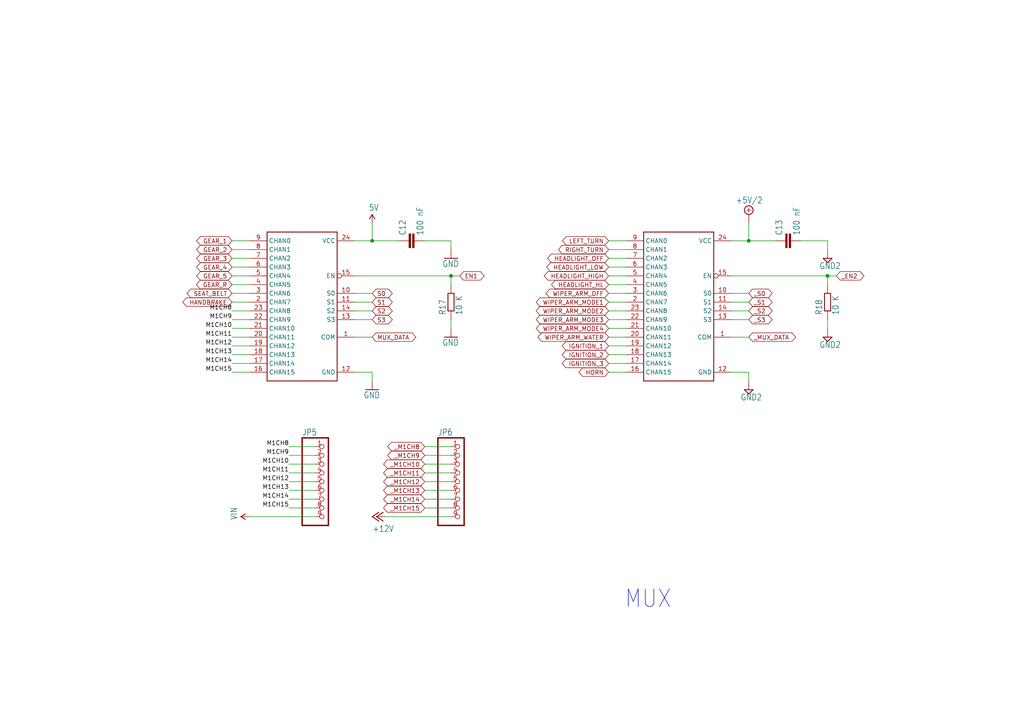
<source format=kicad_sch>
(kicad_sch
	(version 20231120)
	(generator "eeschema")
	(generator_version "8.0")
	(uuid "c7afa226-6ec3-43f6-b343-88da4408732d")
	(paper "A4")
	(lib_symbols
		(symbol "sim-daq-eagle-import:+12V"
			(power)
			(exclude_from_sim no)
			(in_bom yes)
			(on_board yes)
			(property "Reference" "#P+"
				(at 0 0 0)
				(effects
					(font
						(size 1.27 1.27)
					)
					(hide yes)
				)
			)
			(property "Value" ""
				(at -2.54 -5.08 90)
				(effects
					(font
						(size 1.778 1.5113)
					)
					(justify left bottom)
				)
			)
			(property "Footprint" ""
				(at 0 0 0)
				(effects
					(font
						(size 1.27 1.27)
					)
					(hide yes)
				)
			)
			(property "Datasheet" ""
				(at 0 0 0)
				(effects
					(font
						(size 1.27 1.27)
					)
					(hide yes)
				)
			)
			(property "Description" "SUPPLY SYMBOL"
				(at 0 0 0)
				(effects
					(font
						(size 1.27 1.27)
					)
					(hide yes)
				)
			)
			(property "ki_locked" ""
				(at 0 0 0)
				(effects
					(font
						(size 1.27 1.27)
					)
				)
			)
			(symbol "+12V_1_0"
				(polyline
					(pts
						(xy 0 0) (xy -1.27 -1.905)
					)
					(stroke
						(width 0.254)
						(type solid)
					)
					(fill
						(type none)
					)
				)
				(polyline
					(pts
						(xy 0 1.27) (xy -1.27 -0.635)
					)
					(stroke
						(width 0.254)
						(type solid)
					)
					(fill
						(type none)
					)
				)
				(polyline
					(pts
						(xy 1.27 -1.905) (xy 0 0)
					)
					(stroke
						(width 0.254)
						(type solid)
					)
					(fill
						(type none)
					)
				)
				(polyline
					(pts
						(xy 1.27 -0.635) (xy 0 1.27)
					)
					(stroke
						(width 0.254)
						(type solid)
					)
					(fill
						(type none)
					)
				)
				(pin power_in line
					(at 0 -2.54 90)
					(length 2.54)
					(name "+12V"
						(effects
							(font
								(size 0 0)
							)
						)
					)
					(number "1"
						(effects
							(font
								(size 0 0)
							)
						)
					)
				)
			)
		)
		(symbol "sim-daq-eagle-import:+5V/2"
			(power)
			(exclude_from_sim no)
			(in_bom yes)
			(on_board yes)
			(property "Reference" "#SUPPLY"
				(at 0 0 0)
				(effects
					(font
						(size 1.27 1.27)
					)
					(hide yes)
				)
			)
			(property "Value" ""
				(at -3.81 3.175 0)
				(effects
					(font
						(size 1.778 1.5113)
					)
					(justify left bottom)
				)
			)
			(property "Footprint" ""
				(at 0 0 0)
				(effects
					(font
						(size 1.27 1.27)
					)
					(hide yes)
				)
			)
			(property "Datasheet" ""
				(at 0 0 0)
				(effects
					(font
						(size 1.27 1.27)
					)
					(hide yes)
				)
			)
			(property "Description" "SUPPLY SYMBOL"
				(at 0 0 0)
				(effects
					(font
						(size 1.27 1.27)
					)
					(hide yes)
				)
			)
			(property "ki_locked" ""
				(at 0 0 0)
				(effects
					(font
						(size 1.27 1.27)
					)
				)
			)
			(symbol "+5V/2_1_0"
				(polyline
					(pts
						(xy -0.635 1.27) (xy 0.635 1.27)
					)
					(stroke
						(width 0.1524)
						(type solid)
					)
					(fill
						(type none)
					)
				)
				(polyline
					(pts
						(xy 0 0.635) (xy 0 1.905)
					)
					(stroke
						(width 0.1524)
						(type solid)
					)
					(fill
						(type none)
					)
				)
				(circle
					(center 0 1.27)
					(radius 1.27)
					(stroke
						(width 0.254)
						(type solid)
					)
					(fill
						(type none)
					)
				)
				(pin power_in line
					(at 0 -2.54 90)
					(length 2.54)
					(name "+5V/2"
						(effects
							(font
								(size 0 0)
							)
						)
					)
					(number "1"
						(effects
							(font
								(size 0 0)
							)
						)
					)
				)
			)
		)
		(symbol "sim-daq-eagle-import:5V"
			(power)
			(exclude_from_sim no)
			(in_bom yes)
			(on_board yes)
			(property "Reference" "#SUPPLY"
				(at 0 0 0)
				(effects
					(font
						(size 1.27 1.27)
					)
					(hide yes)
				)
			)
			(property "Value" ""
				(at -1.016 3.556 0)
				(effects
					(font
						(size 1.778 1.5113)
					)
					(justify left bottom)
				)
			)
			(property "Footprint" ""
				(at 0 0 0)
				(effects
					(font
						(size 1.27 1.27)
					)
					(hide yes)
				)
			)
			(property "Datasheet" ""
				(at 0 0 0)
				(effects
					(font
						(size 1.27 1.27)
					)
					(hide yes)
				)
			)
			(property "Description" ""
				(at 0 0 0)
				(effects
					(font
						(size 1.27 1.27)
					)
					(hide yes)
				)
			)
			(property "ki_locked" ""
				(at 0 0 0)
				(effects
					(font
						(size 1.27 1.27)
					)
				)
			)
			(symbol "5V_1_0"
				(polyline
					(pts
						(xy 0 2.54) (xy -0.762 1.27)
					)
					(stroke
						(width 0.254)
						(type solid)
					)
					(fill
						(type none)
					)
				)
				(polyline
					(pts
						(xy 0.762 1.27) (xy 0 2.54)
					)
					(stroke
						(width 0.254)
						(type solid)
					)
					(fill
						(type none)
					)
				)
				(pin power_in line
					(at 0 0 90)
					(length 2.54)
					(name "5V"
						(effects
							(font
								(size 0 0)
							)
						)
					)
					(number "1"
						(effects
							(font
								(size 0 0)
							)
						)
					)
				)
			)
		)
		(symbol "sim-daq-eagle-import:C-EUC0805"
			(exclude_from_sim no)
			(in_bom yes)
			(on_board yes)
			(property "Reference" "C"
				(at 1.524 0.381 0)
				(effects
					(font
						(size 1.778 1.5113)
					)
					(justify left bottom)
				)
			)
			(property "Value" ""
				(at 1.524 -4.699 0)
				(effects
					(font
						(size 1.778 1.5113)
					)
					(justify left bottom)
				)
			)
			(property "Footprint" "sim-daq:C0805"
				(at 0 0 0)
				(effects
					(font
						(size 1.27 1.27)
					)
					(hide yes)
				)
			)
			(property "Datasheet" ""
				(at 0 0 0)
				(effects
					(font
						(size 1.27 1.27)
					)
					(hide yes)
				)
			)
			(property "Description" "CAPACITOR, European symbol"
				(at 0 0 0)
				(effects
					(font
						(size 1.27 1.27)
					)
					(hide yes)
				)
			)
			(property "ki_locked" ""
				(at 0 0 0)
				(effects
					(font
						(size 1.27 1.27)
					)
				)
			)
			(symbol "C-EUC0805_1_0"
				(rectangle
					(start -2.032 -2.032)
					(end 2.032 -1.524)
					(stroke
						(width 0)
						(type default)
					)
					(fill
						(type outline)
					)
				)
				(rectangle
					(start -2.032 -1.016)
					(end 2.032 -0.508)
					(stroke
						(width 0)
						(type default)
					)
					(fill
						(type outline)
					)
				)
				(polyline
					(pts
						(xy 0 -2.54) (xy 0 -2.032)
					)
					(stroke
						(width 0.1524)
						(type solid)
					)
					(fill
						(type none)
					)
				)
				(polyline
					(pts
						(xy 0 0) (xy 0 -0.508)
					)
					(stroke
						(width 0.1524)
						(type solid)
					)
					(fill
						(type none)
					)
				)
				(pin passive line
					(at 0 2.54 270)
					(length 2.54)
					(name "1"
						(effects
							(font
								(size 0 0)
							)
						)
					)
					(number "1"
						(effects
							(font
								(size 0 0)
							)
						)
					)
				)
				(pin passive line
					(at 0 -5.08 90)
					(length 2.54)
					(name "2"
						(effects
							(font
								(size 0 0)
							)
						)
					)
					(number "2"
						(effects
							(font
								(size 0 0)
							)
						)
					)
				)
			)
		)
		(symbol "sim-daq-eagle-import:GND"
			(power)
			(exclude_from_sim no)
			(in_bom yes)
			(on_board yes)
			(property "Reference" "#GND"
				(at 0 0 0)
				(effects
					(font
						(size 1.27 1.27)
					)
					(hide yes)
				)
			)
			(property "Value" ""
				(at -2.54 -2.54 0)
				(effects
					(font
						(size 1.778 1.5113)
					)
					(justify left bottom)
				)
			)
			(property "Footprint" ""
				(at 0 0 0)
				(effects
					(font
						(size 1.27 1.27)
					)
					(hide yes)
				)
			)
			(property "Datasheet" ""
				(at 0 0 0)
				(effects
					(font
						(size 1.27 1.27)
					)
					(hide yes)
				)
			)
			(property "Description" "SUPPLY SYMBOL"
				(at 0 0 0)
				(effects
					(font
						(size 1.27 1.27)
					)
					(hide yes)
				)
			)
			(property "ki_locked" ""
				(at 0 0 0)
				(effects
					(font
						(size 1.27 1.27)
					)
				)
			)
			(symbol "GND_1_0"
				(polyline
					(pts
						(xy -1.905 0) (xy 1.905 0)
					)
					(stroke
						(width 0.254)
						(type solid)
					)
					(fill
						(type none)
					)
				)
				(pin power_in line
					(at 0 2.54 270)
					(length 2.54)
					(name "GND"
						(effects
							(font
								(size 0 0)
							)
						)
					)
					(number "1"
						(effects
							(font
								(size 0 0)
							)
						)
					)
				)
			)
		)
		(symbol "sim-daq-eagle-import:GND2"
			(power)
			(exclude_from_sim no)
			(in_bom yes)
			(on_board yes)
			(property "Reference" "#SUPPLY"
				(at 0 0 0)
				(effects
					(font
						(size 1.27 1.27)
					)
					(hide yes)
				)
			)
			(property "Value" ""
				(at -2.413 -3.175 0)
				(effects
					(font
						(size 1.778 1.5113)
					)
					(justify left bottom)
				)
			)
			(property "Footprint" ""
				(at 0 0 0)
				(effects
					(font
						(size 1.27 1.27)
					)
					(hide yes)
				)
			)
			(property "Datasheet" ""
				(at 0 0 0)
				(effects
					(font
						(size 1.27 1.27)
					)
					(hide yes)
				)
			)
			(property "Description" "SUPPLY SYMBOL"
				(at 0 0 0)
				(effects
					(font
						(size 1.27 1.27)
					)
					(hide yes)
				)
			)
			(property "ki_locked" ""
				(at 0 0 0)
				(effects
					(font
						(size 1.27 1.27)
					)
				)
			)
			(symbol "GND2_1_0"
				(polyline
					(pts
						(xy -1.27 0) (xy 1.27 0)
					)
					(stroke
						(width 0.254)
						(type solid)
					)
					(fill
						(type none)
					)
				)
				(polyline
					(pts
						(xy 0 -1.27) (xy -1.27 0)
					)
					(stroke
						(width 0.254)
						(type solid)
					)
					(fill
						(type none)
					)
				)
				(polyline
					(pts
						(xy 1.27 0) (xy 0 -1.27)
					)
					(stroke
						(width 0.254)
						(type solid)
					)
					(fill
						(type none)
					)
				)
				(pin power_in line
					(at 0 2.54 270)
					(length 2.54)
					(name "GND2"
						(effects
							(font
								(size 0 0)
							)
						)
					)
					(number "1"
						(effects
							(font
								(size 0 0)
							)
						)
					)
				)
			)
		)
		(symbol "sim-daq-eagle-import:MUX-74HC4067SMD"
			(exclude_from_sim no)
			(in_bom yes)
			(on_board yes)
			(property "Reference" "IC"
				(at -10.16 21.082 0)
				(effects
					(font
						(size 1.778 1.5113)
					)
					(justify left bottom)
					(hide yes)
				)
			)
			(property "Value" ""
				(at -10.16 -25.4 0)
				(effects
					(font
						(size 1.778 1.5113)
					)
					(justify left bottom)
					(hide yes)
				)
			)
			(property "Footprint" "sim-daq:SSOP24"
				(at 0 0 0)
				(effects
					(font
						(size 1.27 1.27)
					)
					(hide yes)
				)
			)
			(property "Datasheet" ""
				(at 0 0 0)
				(effects
					(font
						(size 1.27 1.27)
					)
					(hide yes)
				)
			)
			(property "Description" "16-channel analog MUX"
				(at 0 0 0)
				(effects
					(font
						(size 1.27 1.27)
					)
					(hide yes)
				)
			)
			(property "ki_locked" ""
				(at 0 0 0)
				(effects
					(font
						(size 1.27 1.27)
					)
				)
			)
			(symbol "MUX-74HC4067SMD_1_0"
				(polyline
					(pts
						(xy -10.16 -22.86) (xy -10.16 20.32)
					)
					(stroke
						(width 0.254)
						(type solid)
					)
					(fill
						(type none)
					)
				)
				(polyline
					(pts
						(xy -10.16 20.32) (xy 10.16 20.32)
					)
					(stroke
						(width 0.254)
						(type solid)
					)
					(fill
						(type none)
					)
				)
				(polyline
					(pts
						(xy 10.16 -22.86) (xy -10.16 -22.86)
					)
					(stroke
						(width 0.254)
						(type solid)
					)
					(fill
						(type none)
					)
				)
				(polyline
					(pts
						(xy 10.16 20.32) (xy 10.16 -22.86)
					)
					(stroke
						(width 0.254)
						(type solid)
					)
					(fill
						(type none)
					)
				)
				(pin bidirectional line
					(at 15.24 -10.16 180)
					(length 5.08)
					(name "COM"
						(effects
							(font
								(size 1.27 1.27)
							)
						)
					)
					(number "1"
						(effects
							(font
								(size 1.27 1.27)
							)
						)
					)
				)
				(pin input line
					(at 15.24 2.54 180)
					(length 5.08)
					(name "S0"
						(effects
							(font
								(size 1.27 1.27)
							)
						)
					)
					(number "10"
						(effects
							(font
								(size 1.27 1.27)
							)
						)
					)
				)
				(pin input line
					(at 15.24 0 180)
					(length 5.08)
					(name "S1"
						(effects
							(font
								(size 1.27 1.27)
							)
						)
					)
					(number "11"
						(effects
							(font
								(size 1.27 1.27)
							)
						)
					)
				)
				(pin bidirectional line
					(at 15.24 -20.32 180)
					(length 5.08)
					(name "GND"
						(effects
							(font
								(size 1.27 1.27)
							)
						)
					)
					(number "12"
						(effects
							(font
								(size 1.27 1.27)
							)
						)
					)
				)
				(pin input line
					(at 15.24 -5.08 180)
					(length 5.08)
					(name "S3"
						(effects
							(font
								(size 1.27 1.27)
							)
						)
					)
					(number "13"
						(effects
							(font
								(size 1.27 1.27)
							)
						)
					)
				)
				(pin input line
					(at 15.24 -2.54 180)
					(length 5.08)
					(name "S2"
						(effects
							(font
								(size 1.27 1.27)
							)
						)
					)
					(number "14"
						(effects
							(font
								(size 1.27 1.27)
							)
						)
					)
				)
				(pin input inverted
					(at 15.24 7.62 180)
					(length 5.08)
					(name "EN"
						(effects
							(font
								(size 1.27 1.27)
							)
						)
					)
					(number "15"
						(effects
							(font
								(size 1.27 1.27)
							)
						)
					)
				)
				(pin bidirectional line
					(at -15.24 -20.32 0)
					(length 5.08)
					(name "CHAN15"
						(effects
							(font
								(size 1.27 1.27)
							)
						)
					)
					(number "16"
						(effects
							(font
								(size 1.27 1.27)
							)
						)
					)
				)
				(pin bidirectional line
					(at -15.24 -17.78 0)
					(length 5.08)
					(name "CHAN14"
						(effects
							(font
								(size 1.27 1.27)
							)
						)
					)
					(number "17"
						(effects
							(font
								(size 1.27 1.27)
							)
						)
					)
				)
				(pin bidirectional line
					(at -15.24 -15.24 0)
					(length 5.08)
					(name "CHAN13"
						(effects
							(font
								(size 1.27 1.27)
							)
						)
					)
					(number "18"
						(effects
							(font
								(size 1.27 1.27)
							)
						)
					)
				)
				(pin bidirectional line
					(at -15.24 -12.7 0)
					(length 5.08)
					(name "CHAN12"
						(effects
							(font
								(size 1.27 1.27)
							)
						)
					)
					(number "19"
						(effects
							(font
								(size 1.27 1.27)
							)
						)
					)
				)
				(pin bidirectional line
					(at -15.24 0 0)
					(length 5.08)
					(name "CHAN7"
						(effects
							(font
								(size 1.27 1.27)
							)
						)
					)
					(number "2"
						(effects
							(font
								(size 1.27 1.27)
							)
						)
					)
				)
				(pin bidirectional line
					(at -15.24 -10.16 0)
					(length 5.08)
					(name "CHAN11"
						(effects
							(font
								(size 1.27 1.27)
							)
						)
					)
					(number "20"
						(effects
							(font
								(size 1.27 1.27)
							)
						)
					)
				)
				(pin bidirectional line
					(at -15.24 -7.62 0)
					(length 5.08)
					(name "CHAN10"
						(effects
							(font
								(size 1.27 1.27)
							)
						)
					)
					(number "21"
						(effects
							(font
								(size 1.27 1.27)
							)
						)
					)
				)
				(pin bidirectional line
					(at -15.24 -5.08 0)
					(length 5.08)
					(name "CHAN9"
						(effects
							(font
								(size 1.27 1.27)
							)
						)
					)
					(number "22"
						(effects
							(font
								(size 1.27 1.27)
							)
						)
					)
				)
				(pin bidirectional line
					(at -15.24 -2.54 0)
					(length 5.08)
					(name "CHAN8"
						(effects
							(font
								(size 1.27 1.27)
							)
						)
					)
					(number "23"
						(effects
							(font
								(size 1.27 1.27)
							)
						)
					)
				)
				(pin bidirectional line
					(at 15.24 17.78 180)
					(length 5.08)
					(name "VCC"
						(effects
							(font
								(size 1.27 1.27)
							)
						)
					)
					(number "24"
						(effects
							(font
								(size 1.27 1.27)
							)
						)
					)
				)
				(pin bidirectional line
					(at -15.24 2.54 0)
					(length 5.08)
					(name "CHAN6"
						(effects
							(font
								(size 1.27 1.27)
							)
						)
					)
					(number "3"
						(effects
							(font
								(size 1.27 1.27)
							)
						)
					)
				)
				(pin bidirectional line
					(at -15.24 5.08 0)
					(length 5.08)
					(name "CHAN5"
						(effects
							(font
								(size 1.27 1.27)
							)
						)
					)
					(number "4"
						(effects
							(font
								(size 1.27 1.27)
							)
						)
					)
				)
				(pin bidirectional line
					(at -15.24 7.62 0)
					(length 5.08)
					(name "CHAN4"
						(effects
							(font
								(size 1.27 1.27)
							)
						)
					)
					(number "5"
						(effects
							(font
								(size 1.27 1.27)
							)
						)
					)
				)
				(pin bidirectional line
					(at -15.24 10.16 0)
					(length 5.08)
					(name "CHAN3"
						(effects
							(font
								(size 1.27 1.27)
							)
						)
					)
					(number "6"
						(effects
							(font
								(size 1.27 1.27)
							)
						)
					)
				)
				(pin bidirectional line
					(at -15.24 12.7 0)
					(length 5.08)
					(name "CHAN2"
						(effects
							(font
								(size 1.27 1.27)
							)
						)
					)
					(number "7"
						(effects
							(font
								(size 1.27 1.27)
							)
						)
					)
				)
				(pin bidirectional line
					(at -15.24 15.24 0)
					(length 5.08)
					(name "CHAN1"
						(effects
							(font
								(size 1.27 1.27)
							)
						)
					)
					(number "8"
						(effects
							(font
								(size 1.27 1.27)
							)
						)
					)
				)
				(pin bidirectional line
					(at -15.24 17.78 0)
					(length 5.08)
					(name "CHAN0"
						(effects
							(font
								(size 1.27 1.27)
							)
						)
					)
					(number "9"
						(effects
							(font
								(size 1.27 1.27)
							)
						)
					)
				)
			)
		)
		(symbol "sim-daq-eagle-import:PINHD-1X9"
			(exclude_from_sim no)
			(in_bom yes)
			(on_board yes)
			(property "Reference" "JP"
				(at -6.35 13.335 0)
				(effects
					(font
						(size 1.778 1.5113)
					)
					(justify left bottom)
				)
			)
			(property "Value" ""
				(at -6.35 -15.24 0)
				(effects
					(font
						(size 1.778 1.5113)
					)
					(justify left bottom)
				)
			)
			(property "Footprint" "sim-daq:1X09"
				(at 0 0 0)
				(effects
					(font
						(size 1.27 1.27)
					)
					(hide yes)
				)
			)
			(property "Datasheet" ""
				(at 0 0 0)
				(effects
					(font
						(size 1.27 1.27)
					)
					(hide yes)
				)
			)
			(property "Description" "PIN HEADER"
				(at 0 0 0)
				(effects
					(font
						(size 1.27 1.27)
					)
					(hide yes)
				)
			)
			(property "ki_locked" ""
				(at 0 0 0)
				(effects
					(font
						(size 1.27 1.27)
					)
				)
			)
			(symbol "PINHD-1X9_1_0"
				(polyline
					(pts
						(xy -6.35 -12.7) (xy 1.27 -12.7)
					)
					(stroke
						(width 0.4064)
						(type solid)
					)
					(fill
						(type none)
					)
				)
				(polyline
					(pts
						(xy -6.35 12.7) (xy -6.35 -12.7)
					)
					(stroke
						(width 0.4064)
						(type solid)
					)
					(fill
						(type none)
					)
				)
				(polyline
					(pts
						(xy 1.27 -12.7) (xy 1.27 12.7)
					)
					(stroke
						(width 0.4064)
						(type solid)
					)
					(fill
						(type none)
					)
				)
				(polyline
					(pts
						(xy 1.27 12.7) (xy -6.35 12.7)
					)
					(stroke
						(width 0.4064)
						(type solid)
					)
					(fill
						(type none)
					)
				)
				(pin passive inverted
					(at -2.54 10.16 0)
					(length 2.54)
					(name "1"
						(effects
							(font
								(size 0 0)
							)
						)
					)
					(number "1"
						(effects
							(font
								(size 1.27 1.27)
							)
						)
					)
				)
				(pin passive inverted
					(at -2.54 7.62 0)
					(length 2.54)
					(name "2"
						(effects
							(font
								(size 0 0)
							)
						)
					)
					(number "2"
						(effects
							(font
								(size 1.27 1.27)
							)
						)
					)
				)
				(pin passive inverted
					(at -2.54 5.08 0)
					(length 2.54)
					(name "3"
						(effects
							(font
								(size 0 0)
							)
						)
					)
					(number "3"
						(effects
							(font
								(size 1.27 1.27)
							)
						)
					)
				)
				(pin passive inverted
					(at -2.54 2.54 0)
					(length 2.54)
					(name "4"
						(effects
							(font
								(size 0 0)
							)
						)
					)
					(number "4"
						(effects
							(font
								(size 1.27 1.27)
							)
						)
					)
				)
				(pin passive inverted
					(at -2.54 0 0)
					(length 2.54)
					(name "5"
						(effects
							(font
								(size 0 0)
							)
						)
					)
					(number "5"
						(effects
							(font
								(size 1.27 1.27)
							)
						)
					)
				)
				(pin passive inverted
					(at -2.54 -2.54 0)
					(length 2.54)
					(name "6"
						(effects
							(font
								(size 0 0)
							)
						)
					)
					(number "6"
						(effects
							(font
								(size 1.27 1.27)
							)
						)
					)
				)
				(pin passive inverted
					(at -2.54 -5.08 0)
					(length 2.54)
					(name "7"
						(effects
							(font
								(size 0 0)
							)
						)
					)
					(number "7"
						(effects
							(font
								(size 1.27 1.27)
							)
						)
					)
				)
				(pin passive inverted
					(at -2.54 -7.62 0)
					(length 2.54)
					(name "8"
						(effects
							(font
								(size 0 0)
							)
						)
					)
					(number "8"
						(effects
							(font
								(size 1.27 1.27)
							)
						)
					)
				)
				(pin passive inverted
					(at -2.54 -10.16 0)
					(length 2.54)
					(name "9"
						(effects
							(font
								(size 0 0)
							)
						)
					)
					(number "9"
						(effects
							(font
								(size 1.27 1.27)
							)
						)
					)
				)
			)
		)
		(symbol "sim-daq-eagle-import:R-EU_R0805"
			(exclude_from_sim no)
			(in_bom yes)
			(on_board yes)
			(property "Reference" "R"
				(at -3.81 1.4986 0)
				(effects
					(font
						(size 1.778 1.5113)
					)
					(justify left bottom)
				)
			)
			(property "Value" ""
				(at -3.81 -3.302 0)
				(effects
					(font
						(size 1.778 1.5113)
					)
					(justify left bottom)
				)
			)
			(property "Footprint" "sim-daq:R0805"
				(at 0 0 0)
				(effects
					(font
						(size 1.27 1.27)
					)
					(hide yes)
				)
			)
			(property "Datasheet" ""
				(at 0 0 0)
				(effects
					(font
						(size 1.27 1.27)
					)
					(hide yes)
				)
			)
			(property "Description" "RESISTOR, European symbol"
				(at 0 0 0)
				(effects
					(font
						(size 1.27 1.27)
					)
					(hide yes)
				)
			)
			(property "ki_locked" ""
				(at 0 0 0)
				(effects
					(font
						(size 1.27 1.27)
					)
				)
			)
			(symbol "R-EU_R0805_1_0"
				(polyline
					(pts
						(xy -2.54 -0.889) (xy -2.54 0.889)
					)
					(stroke
						(width 0.254)
						(type solid)
					)
					(fill
						(type none)
					)
				)
				(polyline
					(pts
						(xy -2.54 -0.889) (xy 2.54 -0.889)
					)
					(stroke
						(width 0.254)
						(type solid)
					)
					(fill
						(type none)
					)
				)
				(polyline
					(pts
						(xy 2.54 -0.889) (xy 2.54 0.889)
					)
					(stroke
						(width 0.254)
						(type solid)
					)
					(fill
						(type none)
					)
				)
				(polyline
					(pts
						(xy 2.54 0.889) (xy -2.54 0.889)
					)
					(stroke
						(width 0.254)
						(type solid)
					)
					(fill
						(type none)
					)
				)
				(pin passive line
					(at -5.08 0 0)
					(length 2.54)
					(name "1"
						(effects
							(font
								(size 0 0)
							)
						)
					)
					(number "1"
						(effects
							(font
								(size 0 0)
							)
						)
					)
				)
				(pin passive line
					(at 5.08 0 180)
					(length 2.54)
					(name "2"
						(effects
							(font
								(size 0 0)
							)
						)
					)
					(number "2"
						(effects
							(font
								(size 0 0)
							)
						)
					)
				)
			)
		)
		(symbol "sim-daq-eagle-import:VIN"
			(power)
			(exclude_from_sim no)
			(in_bom yes)
			(on_board yes)
			(property "Reference" "#SUPPLY"
				(at 0 0 0)
				(effects
					(font
						(size 1.27 1.27)
					)
					(hide yes)
				)
			)
			(property "Value" ""
				(at -1.016 3.556 0)
				(effects
					(font
						(size 1.778 1.5113)
					)
					(justify left bottom)
				)
			)
			(property "Footprint" ""
				(at 0 0 0)
				(effects
					(font
						(size 1.27 1.27)
					)
					(hide yes)
				)
			)
			(property "Datasheet" ""
				(at 0 0 0)
				(effects
					(font
						(size 1.27 1.27)
					)
					(hide yes)
				)
			)
			(property "Description" "Vin supply symbol"
				(at 0 0 0)
				(effects
					(font
						(size 1.27 1.27)
					)
					(hide yes)
				)
			)
			(property "ki_locked" ""
				(at 0 0 0)
				(effects
					(font
						(size 1.27 1.27)
					)
				)
			)
			(symbol "VIN_1_0"
				(polyline
					(pts
						(xy 0 2.54) (xy -0.762 1.27)
					)
					(stroke
						(width 0.254)
						(type solid)
					)
					(fill
						(type none)
					)
				)
				(polyline
					(pts
						(xy 0.762 1.27) (xy 0 2.54)
					)
					(stroke
						(width 0.254)
						(type solid)
					)
					(fill
						(type none)
					)
				)
				(pin power_in line
					(at 0 0 90)
					(length 2.54)
					(name "VIN"
						(effects
							(font
								(size 0 0)
							)
						)
					)
					(number "1"
						(effects
							(font
								(size 0 0)
							)
						)
					)
				)
			)
		)
	)
	(junction
		(at 217.17 69.85)
		(diameter 0)
		(color 0 0 0 0)
		(uuid "31826d2d-77f0-499a-a4c9-80dd73206f7b")
	)
	(junction
		(at 107.95 69.85)
		(diameter 0)
		(color 0 0 0 0)
		(uuid "3a1bab5d-f9a7-413f-aed8-9e90b539f171")
	)
	(junction
		(at 240.03 80.01)
		(diameter 0)
		(color 0 0 0 0)
		(uuid "750a7118-bb2c-465a-9294-7248c81f9869")
	)
	(junction
		(at 130.81 80.01)
		(diameter 0)
		(color 0 0 0 0)
		(uuid "7bab15c9-fa38-4f8d-8f80-92876e48be58")
	)
	(wire
		(pts
			(xy 130.81 129.54) (xy 123.19 129.54)
		)
		(stroke
			(width 0.1524)
			(type solid)
		)
		(uuid "0283fa75-2463-4f45-9735-3d88293fab19")
	)
	(wire
		(pts
			(xy 181.61 100.33) (xy 176.53 100.33)
		)
		(stroke
			(width 0.1524)
			(type solid)
		)
		(uuid "0802f12b-becb-4df6-b68b-9debbf1c4a1b")
	)
	(wire
		(pts
			(xy 67.31 69.85) (xy 72.39 69.85)
		)
		(stroke
			(width 0.1524)
			(type solid)
		)
		(uuid "0b0307cf-adb0-49e4-afab-6487e79cc5f1")
	)
	(wire
		(pts
			(xy 212.09 85.09) (xy 217.17 85.09)
		)
		(stroke
			(width 0.1524)
			(type solid)
		)
		(uuid "0b56a733-c9e1-403a-931c-910e4357a4db")
	)
	(wire
		(pts
			(xy 107.95 69.85) (xy 107.95 64.77)
		)
		(stroke
			(width 0.1524)
			(type solid)
		)
		(uuid "0ca3460f-60b8-4e39-b4d2-efe0bec5d8ca")
	)
	(wire
		(pts
			(xy 72.39 107.95) (xy 67.31 107.95)
		)
		(stroke
			(width 0.1524)
			(type solid)
		)
		(uuid "0dd8b0f7-02c7-409a-84a3-76c5d67a4d37")
	)
	(wire
		(pts
			(xy 130.81 149.86) (xy 111.76 149.86)
		)
		(stroke
			(width 0.1524)
			(type solid)
		)
		(uuid "1270c5a6-9654-48d8-af98-53b01563cf2b")
	)
	(wire
		(pts
			(xy 212.09 97.79) (xy 217.17 97.79)
		)
		(stroke
			(width 0.1524)
			(type solid)
		)
		(uuid "12946830-8080-40b5-a8e9-a56abbd0e733")
	)
	(wire
		(pts
			(xy 102.87 107.95) (xy 107.95 107.95)
		)
		(stroke
			(width 0.1524)
			(type solid)
		)
		(uuid "13c45c0a-4127-4add-a9b1-730e1ad82b65")
	)
	(wire
		(pts
			(xy 91.44 129.54) (xy 83.82 129.54)
		)
		(stroke
			(width 0.1524)
			(type solid)
		)
		(uuid "1520ab9a-ad56-4cf5-bb8e-71aaadc01ea3")
	)
	(wire
		(pts
			(xy 181.61 77.47) (xy 176.53 77.47)
		)
		(stroke
			(width 0.1524)
			(type solid)
		)
		(uuid "1dee31ef-7139-4edc-867e-42ada04bf518")
	)
	(wire
		(pts
			(xy 102.87 97.79) (xy 107.95 97.79)
		)
		(stroke
			(width 0.1524)
			(type solid)
		)
		(uuid "2b98075e-3999-45fc-b743-a5b18c5a1633")
	)
	(wire
		(pts
			(xy 212.09 87.63) (xy 217.17 87.63)
		)
		(stroke
			(width 0.1524)
			(type solid)
		)
		(uuid "2d433959-ade4-402a-9553-f91c31183d9b")
	)
	(wire
		(pts
			(xy 91.44 134.62) (xy 83.82 134.62)
		)
		(stroke
			(width 0.1524)
			(type solid)
		)
		(uuid "326204a4-ae34-49b5-9b06-d7ae231153dd")
	)
	(wire
		(pts
			(xy 181.61 107.95) (xy 176.53 107.95)
		)
		(stroke
			(width 0.1524)
			(type solid)
		)
		(uuid "3767d720-bfce-4eee-a156-6fc03ddc2b94")
	)
	(wire
		(pts
			(xy 102.87 87.63) (xy 107.95 87.63)
		)
		(stroke
			(width 0.1524)
			(type solid)
		)
		(uuid "3e4b5490-6d2e-4a27-bc72-f8627f41769a")
	)
	(wire
		(pts
			(xy 181.61 92.71) (xy 176.53 92.71)
		)
		(stroke
			(width 0.1524)
			(type solid)
		)
		(uuid "42a54326-af63-4b84-8392-85bead5c9671")
	)
	(wire
		(pts
			(xy 130.81 137.16) (xy 123.19 137.16)
		)
		(stroke
			(width 0.1524)
			(type solid)
		)
		(uuid "468eece5-d0b9-467c-a5ee-558a1881204f")
	)
	(wire
		(pts
			(xy 217.17 69.85) (xy 217.17 64.77)
		)
		(stroke
			(width 0.1524)
			(type solid)
		)
		(uuid "49849cc0-0896-474a-8e8f-f38620df5915")
	)
	(wire
		(pts
			(xy 130.81 147.32) (xy 123.19 147.32)
		)
		(stroke
			(width 0.1524)
			(type solid)
		)
		(uuid "4a6d77bb-ace8-443b-9aec-36f58f718ffe")
	)
	(wire
		(pts
			(xy 72.39 97.79) (xy 67.31 97.79)
		)
		(stroke
			(width 0.1524)
			(type solid)
		)
		(uuid "4b164309-aaa6-4290-9071-4e4a717babaf")
	)
	(wire
		(pts
			(xy 181.61 95.25) (xy 176.53 95.25)
		)
		(stroke
			(width 0.1524)
			(type solid)
		)
		(uuid "4d564c88-1524-41f2-a6ab-db632a5c2c9f")
	)
	(wire
		(pts
			(xy 72.39 92.71) (xy 67.31 92.71)
		)
		(stroke
			(width 0.1524)
			(type solid)
		)
		(uuid "547aad66-4d7d-45d3-b43b-3ed814678024")
	)
	(wire
		(pts
			(xy 91.44 144.78) (xy 83.82 144.78)
		)
		(stroke
			(width 0.1524)
			(type solid)
		)
		(uuid "5505bb79-c2f8-47fa-bdc6-db5fb184f6ce")
	)
	(wire
		(pts
			(xy 212.09 90.17) (xy 217.17 90.17)
		)
		(stroke
			(width 0.1524)
			(type solid)
		)
		(uuid "58143ec7-6c85-40a3-9a4a-4e727fb96f64")
	)
	(wire
		(pts
			(xy 181.61 80.01) (xy 176.53 80.01)
		)
		(stroke
			(width 0.1524)
			(type solid)
		)
		(uuid "5ac0e474-7a30-4e8c-a7fc-127754c50a03")
	)
	(wire
		(pts
			(xy 181.61 74.93) (xy 176.53 74.93)
		)
		(stroke
			(width 0.1524)
			(type solid)
		)
		(uuid "5b13c667-df97-4cc0-8702-3140274b94a4")
	)
	(wire
		(pts
			(xy 72.39 82.55) (xy 67.31 82.55)
		)
		(stroke
			(width 0.1524)
			(type solid)
		)
		(uuid "60a65168-8e60-41e4-81c1-d33de7d66e85")
	)
	(wire
		(pts
			(xy 72.39 105.41) (xy 67.31 105.41)
		)
		(stroke
			(width 0.1524)
			(type solid)
		)
		(uuid "62158d09-6f59-4c38-af37-09d6c5b469e6")
	)
	(wire
		(pts
			(xy 72.39 85.09) (xy 67.31 85.09)
		)
		(stroke
			(width 0.1524)
			(type solid)
		)
		(uuid "674f0523-70e1-4e8d-80e2-825154ea2862")
	)
	(wire
		(pts
			(xy 181.61 72.39) (xy 176.53 72.39)
		)
		(stroke
			(width 0.1524)
			(type solid)
		)
		(uuid "67afb8c6-4ee4-444e-a38b-12b1d8c8bb85")
	)
	(wire
		(pts
			(xy 67.31 74.93) (xy 72.39 74.93)
		)
		(stroke
			(width 0.1524)
			(type solid)
		)
		(uuid "6ffd0198-7b16-4c08-b55d-ff13e9ea60fd")
	)
	(wire
		(pts
			(xy 181.61 82.55) (xy 176.53 82.55)
		)
		(stroke
			(width 0.1524)
			(type solid)
		)
		(uuid "731aec3d-cd69-42c9-a317-78238ba4de18")
	)
	(wire
		(pts
			(xy 181.61 105.41) (xy 176.53 105.41)
		)
		(stroke
			(width 0.1524)
			(type solid)
		)
		(uuid "737be5d8-b0f4-4706-ab20-4b5a494c47ef")
	)
	(wire
		(pts
			(xy 217.17 107.95) (xy 217.17 110.49)
		)
		(stroke
			(width 0.1524)
			(type solid)
		)
		(uuid "75ac364a-d092-445d-a120-0e15d9834bc0")
	)
	(wire
		(pts
			(xy 212.09 69.85) (xy 217.17 69.85)
		)
		(stroke
			(width 0.1524)
			(type solid)
		)
		(uuid "76026b20-288b-4f52-aed4-b004bf2aefd3")
	)
	(wire
		(pts
			(xy 130.81 144.78) (xy 123.19 144.78)
		)
		(stroke
			(width 0.1524)
			(type solid)
		)
		(uuid "7736833c-8e96-4d97-8499-98db16bc502c")
	)
	(wire
		(pts
			(xy 72.39 87.63) (xy 67.31 87.63)
		)
		(stroke
			(width 0.1524)
			(type solid)
		)
		(uuid "7ac344d5-3efe-469c-ab0d-405a47eb662c")
	)
	(wire
		(pts
			(xy 102.87 80.01) (xy 130.81 80.01)
		)
		(stroke
			(width 0.1524)
			(type solid)
		)
		(uuid "7c412e2f-a08a-48ec-ab79-bcd16e332ae5")
	)
	(wire
		(pts
			(xy 72.39 77.47) (xy 67.31 77.47)
		)
		(stroke
			(width 0.1524)
			(type solid)
		)
		(uuid "7cc8f375-ee62-4670-bdb9-b93f4d5f8e0e")
	)
	(wire
		(pts
			(xy 130.81 80.01) (xy 130.81 82.55)
		)
		(stroke
			(width 0.1524)
			(type solid)
		)
		(uuid "828a82df-9c9e-4020-a19a-6ab4e8a20402")
	)
	(wire
		(pts
			(xy 217.17 69.85) (xy 224.79 69.85)
		)
		(stroke
			(width 0.1524)
			(type solid)
		)
		(uuid "8cb740cd-f99e-405b-b02c-6f9b46a423d2")
	)
	(wire
		(pts
			(xy 72.39 90.17) (xy 67.31 90.17)
		)
		(stroke
			(width 0.1524)
			(type solid)
		)
		(uuid "8ccaa62f-0a41-42ee-86cb-eea420b3774a")
	)
	(wire
		(pts
			(xy 91.44 147.32) (xy 83.82 147.32)
		)
		(stroke
			(width 0.1524)
			(type solid)
		)
		(uuid "8e7011a0-2ade-43d0-8064-c1cb83dbaced")
	)
	(wire
		(pts
			(xy 240.03 69.85) (xy 240.03 72.39)
		)
		(stroke
			(width 0.1524)
			(type solid)
		)
		(uuid "914d2da1-3fff-4a5f-a7b3-0020e8236431")
	)
	(wire
		(pts
			(xy 91.44 149.86) (xy 72.39 149.86)
		)
		(stroke
			(width 0.1524)
			(type solid)
		)
		(uuid "96470db6-83c8-4801-9c33-35a6c6104db3")
	)
	(wire
		(pts
			(xy 130.81 69.85) (xy 130.81 72.39)
		)
		(stroke
			(width 0.1524)
			(type solid)
		)
		(uuid "99d7160f-b4c9-4cd4-bc42-05a25cd7dcb5")
	)
	(wire
		(pts
			(xy 181.61 102.87) (xy 176.53 102.87)
		)
		(stroke
			(width 0.1524)
			(type solid)
		)
		(uuid "9de4a353-22fa-4eec-ad8c-dc6ee9de8008")
	)
	(wire
		(pts
			(xy 72.39 100.33) (xy 67.31 100.33)
		)
		(stroke
			(width 0.1524)
			(type solid)
		)
		(uuid "a016562e-fa28-4d5f-96a8-cc3feb8140b9")
	)
	(wire
		(pts
			(xy 212.09 80.01) (xy 240.03 80.01)
		)
		(stroke
			(width 0.1524)
			(type solid)
		)
		(uuid "a22a0e06-aa66-439a-b77f-77c20e173591")
	)
	(wire
		(pts
			(xy 102.87 92.71) (xy 107.95 92.71)
		)
		(stroke
			(width 0.1524)
			(type solid)
		)
		(uuid "a8eecc54-896b-48f3-b5f8-6e7ac3df28c4")
	)
	(wire
		(pts
			(xy 181.61 69.85) (xy 176.53 69.85)
		)
		(stroke
			(width 0.1524)
			(type solid)
		)
		(uuid "ae681ffd-537e-4128-b8ea-f16b657adba4")
	)
	(wire
		(pts
			(xy 240.03 80.01) (xy 240.03 82.55)
		)
		(stroke
			(width 0.1524)
			(type solid)
		)
		(uuid "b1089591-10e4-4474-bc3b-764a84363338")
	)
	(wire
		(pts
			(xy 102.87 69.85) (xy 107.95 69.85)
		)
		(stroke
			(width 0.1524)
			(type solid)
		)
		(uuid "b59d5720-7494-4bbf-a626-0164ac582feb")
	)
	(wire
		(pts
			(xy 130.81 139.7) (xy 123.19 139.7)
		)
		(stroke
			(width 0.1524)
			(type solid)
		)
		(uuid "b59de0de-0861-4107-8f0b-81b48491dc12")
	)
	(wire
		(pts
			(xy 107.95 69.85) (xy 115.57 69.85)
		)
		(stroke
			(width 0.1524)
			(type solid)
		)
		(uuid "b5d8ee46-e567-4602-9754-073c51cab301")
	)
	(wire
		(pts
			(xy 130.81 134.62) (xy 123.19 134.62)
		)
		(stroke
			(width 0.1524)
			(type solid)
		)
		(uuid "be157f21-da38-4ee3-a3e4-1dc1cbc32636")
	)
	(wire
		(pts
			(xy 181.61 87.63) (xy 176.53 87.63)
		)
		(stroke
			(width 0.1524)
			(type solid)
		)
		(uuid "bf60cdaf-f5b8-40cd-ab89-481717494a52")
	)
	(wire
		(pts
			(xy 91.44 142.24) (xy 83.82 142.24)
		)
		(stroke
			(width 0.1524)
			(type solid)
		)
		(uuid "bf683d33-4705-47b6-96f3-18a1ed5f3183")
	)
	(wire
		(pts
			(xy 107.95 107.95) (xy 107.95 110.49)
		)
		(stroke
			(width 0.1524)
			(type solid)
		)
		(uuid "c3e8e504-3fe9-4308-a1c4-897e0ec878dc")
	)
	(wire
		(pts
			(xy 130.81 95.25) (xy 130.81 92.71)
		)
		(stroke
			(width 0.1524)
			(type solid)
		)
		(uuid "c4fcb223-6eb7-4bf0-8bb1-69989ccb3eb0")
	)
	(wire
		(pts
			(xy 130.81 80.01) (xy 133.35 80.01)
		)
		(stroke
			(width 0.1524)
			(type solid)
		)
		(uuid "c82c64fc-a5d3-467a-8634-3e9cef744a12")
	)
	(wire
		(pts
			(xy 181.61 85.09) (xy 176.53 85.09)
		)
		(stroke
			(width 0.1524)
			(type solid)
		)
		(uuid "cf262009-e72d-4c6a-bed3-f2ce096f3066")
	)
	(wire
		(pts
			(xy 72.39 95.25) (xy 67.31 95.25)
		)
		(stroke
			(width 0.1524)
			(type solid)
		)
		(uuid "d1075c0f-c558-49e4-88ca-4fb23fc4208e")
	)
	(wire
		(pts
			(xy 181.61 97.79) (xy 176.53 97.79)
		)
		(stroke
			(width 0.1524)
			(type solid)
		)
		(uuid "d300964f-7fa1-48c1-b1cc-858706ee7b35")
	)
	(wire
		(pts
			(xy 91.44 139.7) (xy 83.82 139.7)
		)
		(stroke
			(width 0.1524)
			(type solid)
		)
		(uuid "d3593a25-82af-48fb-8fe7-867c28992491")
	)
	(wire
		(pts
			(xy 240.03 80.01) (xy 242.57 80.01)
		)
		(stroke
			(width 0.1524)
			(type solid)
		)
		(uuid "d3608810-bda7-48f3-8e51-338d96111432")
	)
	(wire
		(pts
			(xy 130.81 142.24) (xy 123.19 142.24)
		)
		(stroke
			(width 0.1524)
			(type solid)
		)
		(uuid "d4264f84-a43e-4dbe-baaa-211391e777e2")
	)
	(wire
		(pts
			(xy 240.03 95.25) (xy 240.03 92.71)
		)
		(stroke
			(width 0.1524)
			(type solid)
		)
		(uuid "d6e7203a-4c78-476f-b20e-e5f3b38c3941")
	)
	(wire
		(pts
			(xy 102.87 90.17) (xy 107.95 90.17)
		)
		(stroke
			(width 0.1524)
			(type solid)
		)
		(uuid "d764df04-c8e1-4421-8c8c-96669cec5585")
	)
	(wire
		(pts
			(xy 91.44 137.16) (xy 83.82 137.16)
		)
		(stroke
			(width 0.1524)
			(type solid)
		)
		(uuid "d818894c-73a6-4e5a-a9e4-27dde4be4fa9")
	)
	(wire
		(pts
			(xy 130.81 132.08) (xy 123.19 132.08)
		)
		(stroke
			(width 0.1524)
			(type solid)
		)
		(uuid "d9a86ac1-2320-4bd9-97de-7f18af0eec87")
	)
	(wire
		(pts
			(xy 212.09 92.71) (xy 217.17 92.71)
		)
		(stroke
			(width 0.1524)
			(type solid)
		)
		(uuid "e3285a54-116e-474b-a214-d0e2145cba94")
	)
	(wire
		(pts
			(xy 91.44 132.08) (xy 83.82 132.08)
		)
		(stroke
			(width 0.1524)
			(type solid)
		)
		(uuid "e3559351-23e9-4bd4-acec-77c521c47051")
	)
	(wire
		(pts
			(xy 232.41 69.85) (xy 240.03 69.85)
		)
		(stroke
			(width 0.1524)
			(type solid)
		)
		(uuid "e431efbe-4107-41c8-8f4c-32c9dd16d992")
	)
	(wire
		(pts
			(xy 72.39 102.87) (xy 67.31 102.87)
		)
		(stroke
			(width 0.1524)
			(type solid)
		)
		(uuid "e62a16c7-968b-4d33-82f1-507ded1b945d")
	)
	(wire
		(pts
			(xy 212.09 107.95) (xy 217.17 107.95)
		)
		(stroke
			(width 0.1524)
			(type solid)
		)
		(uuid "eb00a1fc-6ae8-4a5e-86bb-366141b879bd")
	)
	(wire
		(pts
			(xy 123.19 69.85) (xy 130.81 69.85)
		)
		(stroke
			(width 0.1524)
			(type solid)
		)
		(uuid "efac3165-9b33-401e-bc55-0eea855f40e2")
	)
	(wire
		(pts
			(xy 67.31 80.01) (xy 72.39 80.01)
		)
		(stroke
			(width 0.1524)
			(type solid)
		)
		(uuid "f0c70d19-4f95-49c0-b51e-cc13af200442")
	)
	(wire
		(pts
			(xy 181.61 90.17) (xy 176.53 90.17)
		)
		(stroke
			(width 0.1524)
			(type solid)
		)
		(uuid "f57428d1-7b71-497e-b35d-1f2f187d9206")
	)
	(wire
		(pts
			(xy 67.31 72.39) (xy 72.39 72.39)
		)
		(stroke
			(width 0.1524)
			(type solid)
		)
		(uuid "fbad9692-5a1f-428e-a9a6-78225943fa44")
	)
	(wire
		(pts
			(xy 102.87 85.09) (xy 107.95 85.09)
		)
		(stroke
			(width 0.1524)
			(type solid)
		)
		(uuid "fe18841d-a4b8-471b-87d7-90dfa4ef2740")
	)
	(text "MUX"
		(exclude_from_sim no)
		(at 181.102 176.784 0)
		(effects
			(font
				(size 5.08 4.318)
			)
			(justify left bottom)
		)
		(uuid "3fe2be99-a834-4d17-9c19-4cd9697ca420")
	)
	(label "M1CH13"
		(at 67.31 102.87 180)
		(fields_autoplaced yes)
		(effects
			(font
				(size 1.2446 1.2446)
			)
			(justify right bottom)
		)
		(uuid "2464fc19-f7da-4303-ba51-7107c25ad7f0")
	)
	(label "M1CH15"
		(at 67.31 107.95 180)
		(fields_autoplaced yes)
		(effects
			(font
				(size 1.2446 1.2446)
			)
			(justify right bottom)
		)
		(uuid "423c8c7a-135d-41ce-a0ed-ec6a23d748b3")
	)
	(label "M1CH10"
		(at 67.31 95.25 180)
		(fields_autoplaced yes)
		(effects
			(font
				(size 1.2446 1.2446)
			)
			(justify right bottom)
		)
		(uuid "4481cd57-993d-47a2-a392-11bc4bf8f56e")
	)
	(label "M1CH11"
		(at 83.82 137.16 180)
		(fields_autoplaced yes)
		(effects
			(font
				(size 1.2446 1.2446)
			)
			(justify right bottom)
		)
		(uuid "4697c8e9-ceaa-4493-bf2e-81906203c158")
	)
	(label "M1CH10"
		(at 83.82 134.62 180)
		(fields_autoplaced yes)
		(effects
			(font
				(size 1.2446 1.2446)
			)
			(justify right bottom)
		)
		(uuid "6f2cd90b-50a8-4442-9c7e-1167d0f230e2")
	)
	(label "M1CH8"
		(at 67.31 90.17 180)
		(fields_autoplaced yes)
		(effects
			(font
				(size 1.2446 1.2446)
			)
			(justify right bottom)
		)
		(uuid "7722e1b6-586e-442a-9acf-aaf6b003ab7e")
	)
	(label "M1CH9"
		(at 67.31 92.71 180)
		(fields_autoplaced yes)
		(effects
			(font
				(size 1.2446 1.2446)
			)
			(justify right bottom)
		)
		(uuid "7a7b3a04-a90d-4436-a0cd-258d7f5d1dd2")
	)
	(label "M1CH12"
		(at 83.82 139.7 180)
		(fields_autoplaced yes)
		(effects
			(font
				(size 1.2446 1.2446)
			)
			(justify right bottom)
		)
		(uuid "8290a66e-92b8-4da3-96d2-433ac3db8c8b")
	)
	(label "M1CH14"
		(at 67.31 105.41 180)
		(fields_autoplaced yes)
		(effects
			(font
				(size 1.2446 1.2446)
			)
			(justify right bottom)
		)
		(uuid "846a442b-20cd-4a34-89cf-6ee55a3a24c5")
	)
	(label "M1CH12"
		(at 67.31 100.33 180)
		(fields_autoplaced yes)
		(effects
			(font
				(size 1.2446 1.2446)
			)
			(justify right bottom)
		)
		(uuid "8afc831a-e77f-4f6b-93c6-d2a5a59cb79b")
	)
	(label "M1CH8"
		(at 83.82 129.54 180)
		(fields_autoplaced yes)
		(effects
			(font
				(size 1.2446 1.2446)
			)
			(justify right bottom)
		)
		(uuid "9b584563-0528-4834-97dd-6d1c6bf84714")
	)
	(label "M1CH11"
		(at 67.31 97.79 180)
		(fields_autoplaced yes)
		(effects
			(font
				(size 1.2446 1.2446)
			)
			(justify right bottom)
		)
		(uuid "b9113bbb-ef73-4893-a79f-04dd3b8f5337")
	)
	(label "M1CH13"
		(at 83.82 142.24 180)
		(fields_autoplaced yes)
		(effects
			(font
				(size 1.2446 1.2446)
			)
			(justify right bottom)
		)
		(uuid "c5708987-7344-4da3-85cf-65a80d548af3")
	)
	(label "M1CH15"
		(at 83.82 147.32 180)
		(fields_autoplaced yes)
		(effects
			(font
				(size 1.2446 1.2446)
			)
			(justify right bottom)
		)
		(uuid "e57d49ad-6eb8-46dc-88b1-51df1f217e4d")
	)
	(label "M1CH9"
		(at 83.82 132.08 180)
		(fields_autoplaced yes)
		(effects
			(font
				(size 1.2446 1.2446)
			)
			(justify right bottom)
		)
		(uuid "fab82542-77c2-4a3a-af61-1f87baaf8197")
	)
	(label "M1CH14"
		(at 83.82 144.78 180)
		(fields_autoplaced yes)
		(effects
			(font
				(size 1.2446 1.2446)
			)
			(justify right bottom)
		)
		(uuid "fbb42099-ef44-45a8-96cb-550d1b30d1ba")
	)
	(global_label "S3"
		(shape bidirectional)
		(at 107.95 92.71 0)
		(fields_autoplaced yes)
		(effects
			(font
				(size 1.2446 1.2446)
			)
			(justify left)
		)
		(uuid "0cb14155-30e4-43af-93cf-6d1fc9f4ed56")
		(property "Intersheetrefs" "${INTERSHEET_REFS}"
			(at 114.3348 92.71 0)
			(effects
				(font
					(size 1.27 1.27)
				)
				(justify left)
				(hide yes)
			)
		)
	)
	(global_label "_S0"
		(shape bidirectional)
		(at 217.17 85.09 0)
		(fields_autoplaced yes)
		(effects
			(font
				(size 1.2446 1.2446)
			)
			(justify left)
		)
		(uuid "17d1e5fc-9d42-4be9-a16e-95dd24997cea")
		(property "Intersheetrefs" "${INTERSHEET_REFS}"
			(at 224.5031 85.09 0)
			(effects
				(font
					(size 1.27 1.27)
				)
				(justify left)
				(hide yes)
			)
		)
	)
	(global_label "LEFT_TURN"
		(shape bidirectional)
		(at 176.53 69.85 180)
		(fields_autoplaced yes)
		(effects
			(font
				(size 1.2446 1.2446)
			)
			(justify right)
		)
		(uuid "1a678777-eaf5-4b09-98b1-b8b3a4c985f4")
		(property "Intersheetrefs" "${INTERSHEET_REFS}"
			(at 161.8478 69.85 0)
			(effects
				(font
					(size 1.27 1.27)
				)
				(justify right)
				(hide yes)
			)
		)
	)
	(global_label "EN1"
		(shape bidirectional)
		(at 133.35 80.01 0)
		(fields_autoplaced yes)
		(effects
			(font
				(size 1.2446 1.2446)
			)
			(justify left)
		)
		(uuid "24694e43-ab5e-4278-b901-9820fb449425")
		(property "Intersheetrefs" "${INTERSHEET_REFS}"
			(at 140.9795 80.01 0)
			(effects
				(font
					(size 1.27 1.27)
				)
				(justify left)
				(hide yes)
			)
		)
	)
	(global_label "_M1CH9"
		(shape bidirectional)
		(at 123.19 132.08 180)
		(fields_autoplaced yes)
		(effects
			(font
				(size 1.2446 1.2446)
			)
			(justify right)
		)
		(uuid "275547fe-82f7-4197-b49d-88ddb71a7105")
		(property "Intersheetrefs" "${INTERSHEET_REFS}"
			(at 111.886 132.08 0)
			(effects
				(font
					(size 1.27 1.27)
				)
				(justify right)
				(hide yes)
			)
		)
	)
	(global_label "SEAT_BELT"
		(shape bidirectional)
		(at 67.31 85.09 180)
		(fields_autoplaced yes)
		(effects
			(font
				(size 1.2446 1.2446)
			)
			(justify right)
		)
		(uuid "31a1ccb8-2c1c-488e-94b9-11f291e557d7")
		(property "Intersheetrefs" "${INTERSHEET_REFS}"
			(at 48.0047 85.09 0)
			(effects
				(font
					(size 1.27 1.27)
				)
				(justify right)
				(hide yes)
			)
		)
	)
	(global_label "HEADLIGHT_HL"
		(shape bidirectional)
		(at 176.53 82.55 180)
		(fields_autoplaced yes)
		(effects
			(font
				(size 1.2446 1.2446)
			)
			(justify right)
		)
		(uuid "31ff3e16-45c7-4906-95df-f4e2b1239033")
		(property "Intersheetrefs" "${INTERSHEET_REFS}"
			(at 159.4177 82.55 0)
			(effects
				(font
					(size 1.27 1.27)
				)
				(justify right)
				(hide yes)
			)
		)
	)
	(global_label "_M1CH8"
		(shape bidirectional)
		(at 123.19 129.54 180)
		(fields_autoplaced yes)
		(effects
			(font
				(size 1.2446 1.2446)
			)
			(justify right)
		)
		(uuid "3297261c-1317-4312-bdfc-fa6af4b97c6e")
		(property "Intersheetrefs" "${INTERSHEET_REFS}"
			(at 111.886 129.54 0)
			(effects
				(font
					(size 1.27 1.27)
				)
				(justify right)
				(hide yes)
			)
		)
	)
	(global_label "WIPER_ARM_MODE4"
		(shape bidirectional)
		(at 176.53 95.25 180)
		(fields_autoplaced yes)
		(effects
			(font
				(size 1.2446 1.2446)
			)
			(justify right)
		)
		(uuid "32e50ca4-bdb9-4096-ba3b-109af50cd027")
		(property "Intersheetrefs" "${INTERSHEET_REFS}"
			(at 154.9727 95.25 0)
			(effects
				(font
					(size 1.27 1.27)
				)
				(justify right)
				(hide yes)
			)
		)
	)
	(global_label "IGNITION_3"
		(shape bidirectional)
		(at 176.53 105.41 180)
		(fields_autoplaced yes)
		(effects
			(font
				(size 1.2446 1.2446)
			)
			(justify right)
		)
		(uuid "32ed7edd-58c2-4453-b3a7-3f0f55f85e0c")
		(property "Intersheetrefs" "${INTERSHEET_REFS}"
			(at 162.4995 105.41 0)
			(effects
				(font
					(size 1.27 1.27)
				)
				(justify right)
				(hide yes)
			)
		)
	)
	(global_label "HEADLIGHT_OFF"
		(shape bidirectional)
		(at 176.53 74.93 180)
		(fields_autoplaced yes)
		(effects
			(font
				(size 1.2446 1.2446)
			)
			(justify right)
		)
		(uuid "32fdaf8b-964e-478d-9422-a922afc978c3")
		(property "Intersheetrefs" "${INTERSHEET_REFS}"
			(at 158.2916 74.93 0)
			(effects
				(font
					(size 1.27 1.27)
				)
				(justify right)
				(hide yes)
			)
		)
	)
	(global_label "_S2"
		(shape bidirectional)
		(at 217.17 90.17 0)
		(fields_autoplaced yes)
		(effects
			(font
				(size 1.2446 1.2446)
			)
			(justify left)
		)
		(uuid "35094504-6b43-4392-ac8f-1a4f6a1d90a5")
		(property "Intersheetrefs" "${INTERSHEET_REFS}"
			(at 224.5031 90.17 0)
			(effects
				(font
					(size 1.27 1.27)
				)
				(justify left)
				(hide yes)
			)
		)
	)
	(global_label "GEAR_2"
		(shape bidirectional)
		(at 67.31 72.39 180)
		(fields_autoplaced yes)
		(effects
			(font
				(size 1.2446 1.2446)
			)
			(justify right)
		)
		(uuid "39eb8da1-f997-4080-9b54-d0e2b05364bc")
		(property "Intersheetrefs" "${INTERSHEET_REFS}"
			(at 56.243 72.39 0)
			(effects
				(font
					(size 1.27 1.27)
				)
				(justify right)
				(hide yes)
			)
		)
	)
	(global_label "S0"
		(shape bidirectional)
		(at 107.95 85.09 0)
		(fields_autoplaced yes)
		(effects
			(font
				(size 1.2446 1.2446)
			)
			(justify left)
		)
		(uuid "492f6a53-f716-4c0d-b339-1bf59be38840")
		(property "Intersheetrefs" "${INTERSHEET_REFS}"
			(at 114.3348 85.09 0)
			(effects
				(font
					(size 1.27 1.27)
				)
				(justify left)
				(hide yes)
			)
		)
	)
	(global_label "HEADLIGHT_LOW"
		(shape bidirectional)
		(at 176.53 77.47 180)
		(fields_autoplaced yes)
		(effects
			(font
				(size 1.2446 1.2446)
			)
			(justify right)
		)
		(uuid "4c349c76-850b-4b35-9b69-9c94227783ec")
		(property "Intersheetrefs" "${INTERSHEET_REFS}"
			(at 157.9953 77.47 0)
			(effects
				(font
					(size 1.27 1.27)
				)
				(justify right)
				(hide yes)
			)
		)
	)
	(global_label "_S3"
		(shape bidirectional)
		(at 217.17 92.71 0)
		(fields_autoplaced yes)
		(effects
			(font
				(size 1.2446 1.2446)
			)
			(justify left)
		)
		(uuid "533cb6c9-91ce-4216-ad61-c432982862da")
		(property "Intersheetrefs" "${INTERSHEET_REFS}"
			(at 224.5031 92.71 0)
			(effects
				(font
					(size 1.27 1.27)
				)
				(justify left)
				(hide yes)
			)
		)
	)
	(global_label "GEAR_5"
		(shape bidirectional)
		(at 67.31 80.01 180)
		(fields_autoplaced yes)
		(effects
			(font
				(size 1.2446 1.2446)
			)
			(justify right)
		)
		(uuid "581733e9-0382-4b5e-9519-5e56c4b162af")
		(property "Intersheetrefs" "${INTERSHEET_REFS}"
			(at 56.243 80.01 0)
			(effects
				(font
					(size 1.27 1.27)
				)
				(justify right)
				(hide yes)
			)
		)
	)
	(global_label "_M1CH10"
		(shape bidirectional)
		(at 123.19 134.62 180)
		(fields_autoplaced yes)
		(effects
			(font
				(size 1.2446 1.2446)
			)
			(justify right)
		)
		(uuid "5f4833d2-125a-4c1a-8750-9c9d1c76bc52")
		(property "Intersheetrefs" "${INTERSHEET_REFS}"
			(at 110.7007 134.62 0)
			(effects
				(font
					(size 1.27 1.27)
				)
				(justify right)
				(hide yes)
			)
		)
	)
	(global_label "WIPER_ARM_MODE2"
		(shape bidirectional)
		(at 176.53 90.17 180)
		(fields_autoplaced yes)
		(effects
			(font
				(size 1.2446 1.2446)
			)
			(justify right)
		)
		(uuid "6218d4a6-6aa5-4c09-afe1-4f38983a5995")
		(property "Intersheetrefs" "${INTERSHEET_REFS}"
			(at 154.9727 90.17 0)
			(effects
				(font
					(size 1.27 1.27)
				)
				(justify right)
				(hide yes)
			)
		)
	)
	(global_label "MUX_DATA"
		(shape bidirectional)
		(at 107.95 97.79 0)
		(fields_autoplaced yes)
		(effects
			(font
				(size 1.2446 1.2446)
			)
			(justify left)
		)
		(uuid "6eb8e3e6-c279-4730-b772-22044435df31")
		(property "Intersheetrefs" "${INTERSHEET_REFS}"
			(at 121.1506 97.79 0)
			(effects
				(font
					(size 1.27 1.27)
				)
				(justify left)
				(hide yes)
			)
		)
	)
	(global_label "RIGHT_TURN"
		(shape bidirectional)
		(at 176.53 72.39 180)
		(fields_autoplaced yes)
		(effects
			(font
				(size 1.2446 1.2446)
			)
			(justify right)
		)
		(uuid "74b80a4d-6bb7-42b2-8a1f-a9ca2318594b")
		(property "Intersheetrefs" "${INTERSHEET_REFS}"
			(at 161.4327 72.39 0)
			(effects
				(font
					(size 1.27 1.27)
				)
				(justify right)
				(hide yes)
			)
		)
	)
	(global_label "S1"
		(shape bidirectional)
		(at 107.95 87.63 0)
		(fields_autoplaced yes)
		(effects
			(font
				(size 1.2446 1.2446)
			)
			(justify left)
		)
		(uuid "7a59879f-0d04-4f2f-bcee-0c026a303d30")
		(property "Intersheetrefs" "${INTERSHEET_REFS}"
			(at 114.3348 87.63 0)
			(effects
				(font
					(size 1.27 1.27)
				)
				(justify left)
				(hide yes)
			)
		)
	)
	(global_label "_M1CH13"
		(shape bidirectional)
		(at 123.19 142.24 180)
		(fields_autoplaced yes)
		(effects
			(font
				(size 1.2446 1.2446)
			)
			(justify right)
		)
		(uuid "7bec71b8-a251-4a5b-b397-5827fdfe026e")
		(property "Intersheetrefs" "${INTERSHEET_REFS}"
			(at 110.7007 142.24 0)
			(effects
				(font
					(size 1.27 1.27)
				)
				(justify right)
				(hide yes)
			)
		)
	)
	(global_label "GEAR_4"
		(shape bidirectional)
		(at 67.31 77.47 180)
		(fields_autoplaced yes)
		(effects
			(font
				(size 1.2446 1.2446)
			)
			(justify right)
		)
		(uuid "80a0488a-d51c-491e-8146-d585d3da523c")
		(property "Intersheetrefs" "${INTERSHEET_REFS}"
			(at 56.4801 77.47 0)
			(effects
				(font
					(size 1.27 1.27)
				)
				(justify right)
				(hide yes)
			)
		)
	)
	(global_label "GEAR_R"
		(shape bidirectional)
		(at 67.31 82.55 180)
		(fields_autoplaced yes)
		(effects
			(font
				(size 1.2446 1.2446)
			)
			(justify right)
		)
		(uuid "83189fc8-c515-4294-8d34-84a709a2c32f")
		(property "Intersheetrefs" "${INTERSHEET_REFS}"
			(at 56.1837 82.55 0)
			(effects
				(font
					(size 1.27 1.27)
				)
				(justify right)
				(hide yes)
			)
		)
	)
	(global_label "HANDBRAKE"
		(shape bidirectional)
		(at 67.31 87.63 180)
		(fields_autoplaced yes)
		(effects
			(font
				(face "KiCad Font")
				(size 1.2446 1.2446)
			)
			(justify right)
		)
		(uuid "8d11ae5b-b246-4746-9913-9ae6511dd1e3")
		(property "Intersheetrefs" "${INTERSHEET_REFS}"
			(at 54.8798 87.63 0)
			(effects
				(font
					(size 1.27 1.27)
				)
				(justify right)
				(hide yes)
			)
		)
	)
	(global_label "_S1"
		(shape bidirectional)
		(at 217.17 87.63 0)
		(fields_autoplaced yes)
		(effects
			(font
				(size 1.2446 1.2446)
			)
			(justify left)
		)
		(uuid "8f4e61db-0a83-4dbc-a4c7-8d07d5e18c16")
		(property "Intersheetrefs" "${INTERSHEET_REFS}"
			(at 224.5031 87.63 0)
			(effects
				(font
					(size 1.27 1.27)
				)
				(justify left)
				(hide yes)
			)
		)
	)
	(global_label "WIPER_ARM_MODE3"
		(shape bidirectional)
		(at 176.53 92.71 180)
		(fields_autoplaced yes)
		(effects
			(font
				(size 1.2446 1.2446)
			)
			(justify right)
		)
		(uuid "9004a2a4-ee76-4a3a-bc6f-3ef07dcc2d75")
		(property "Intersheetrefs" "${INTERSHEET_REFS}"
			(at 154.9727 92.71 0)
			(effects
				(font
					(size 1.27 1.27)
				)
				(justify right)
				(hide yes)
			)
		)
	)
	(global_label "WIPER_ARM_MODE1"
		(shape bidirectional)
		(at 176.53 87.63 180)
		(fields_autoplaced yes)
		(effects
			(font
				(size 1.2446 1.2446)
			)
			(justify right)
		)
		(uuid "90b601b4-5be5-46be-9c89-2029eb19fd1a")
		(property "Intersheetrefs" "${INTERSHEET_REFS}"
			(at 154.9727 87.63 0)
			(effects
				(font
					(size 1.27 1.27)
				)
				(justify right)
				(hide yes)
			)
		)
	)
	(global_label "_M1CH14"
		(shape bidirectional)
		(at 123.19 144.78 180)
		(fields_autoplaced yes)
		(effects
			(font
				(size 1.2446 1.2446)
			)
			(justify right)
		)
		(uuid "a2ef5a47-2e60-48ae-b886-a8019872c158")
		(property "Intersheetrefs" "${INTERSHEET_REFS}"
			(at 110.7007 144.78 0)
			(effects
				(font
					(size 1.27 1.27)
				)
				(justify right)
				(hide yes)
			)
		)
	)
	(global_label "HORN"
		(shape bidirectional)
		(at 176.53 107.95 180)
		(fields_autoplaced yes)
		(effects
			(font
				(size 1.2446 1.2446)
			)
			(justify right)
		)
		(uuid "ac1d5539-ec42-4ab8-b1f0-cc3eafb52825")
		(property "Intersheetrefs" "${INTERSHEET_REFS}"
			(at 167.3595 107.95 0)
			(effects
				(font
					(size 1.27 1.27)
				)
				(justify right)
				(hide yes)
			)
		)
	)
	(global_label "_MUX_DATA"
		(shape bidirectional)
		(at 217.17 97.79 0)
		(fields_autoplaced yes)
		(effects
			(font
				(size 1.2446 1.2446)
			)
			(justify left)
		)
		(uuid "ac24f6a3-3605-450e-a06f-7830c2e40e6d")
		(property "Intersheetrefs" "${INTERSHEET_REFS}"
			(at 231.3189 97.79 0)
			(effects
				(font
					(size 1.27 1.27)
				)
				(justify left)
				(hide yes)
			)
		)
	)
	(global_label "HEADLIGHT_HIGH"
		(shape bidirectional)
		(at 176.53 80.01 180)
		(fields_autoplaced yes)
		(effects
			(font
				(size 1.2446 1.2446)
			)
			(justify right)
		)
		(uuid "ae8861fb-e5f1-4c29-8491-2acb996dd290")
		(property "Intersheetrefs" "${INTERSHEET_REFS}"
			(at 157.284 80.01 0)
			(effects
				(font
					(size 1.27 1.27)
				)
				(justify right)
				(hide yes)
			)
		)
	)
	(global_label "WIPER_ARM_WATER"
		(shape bidirectional)
		(at 176.53 97.79 180)
		(fields_autoplaced yes)
		(effects
			(font
				(size 1.2446 1.2446)
			)
			(justify right)
		)
		(uuid "b2cf3fb5-00d0-4c31-9ab1-5ec5cbf75193")
		(property "Intersheetrefs" "${INTERSHEET_REFS}"
			(at 155.4468 97.79 0)
			(effects
				(font
					(size 1.27 1.27)
				)
				(justify right)
				(hide yes)
			)
		)
	)
	(global_label "_M1CH15"
		(shape bidirectional)
		(at 123.19 147.32 180)
		(fields_autoplaced yes)
		(effects
			(font
				(size 1.2446 1.2446)
			)
			(justify right)
		)
		(uuid "b76f261d-d40e-4c18-8c3c-9b6951d35947")
		(property "Intersheetrefs" "${INTERSHEET_REFS}"
			(at 110.7007 147.32 0)
			(effects
				(font
					(size 1.27 1.27)
				)
				(justify right)
				(hide yes)
			)
		)
	)
	(global_label "_M1CH11"
		(shape bidirectional)
		(at 123.19 137.16 180)
		(fields_autoplaced yes)
		(effects
			(font
				(size 1.2446 1.2446)
			)
			(justify right)
		)
		(uuid "baf41ef7-dc03-428a-8627-aa1dfbc3e90d")
		(property "Intersheetrefs" "${INTERSHEET_REFS}"
			(at 110.7007 137.16 0)
			(effects
				(font
					(size 1.27 1.27)
				)
				(justify right)
				(hide yes)
			)
		)
	)
	(global_label "_EN2"
		(shape bidirectional)
		(at 242.57 80.01 0)
		(fields_autoplaced yes)
		(effects
			(font
				(size 1.2446 1.2446)
			)
			(justify left)
		)
		(uuid "bcde04e0-06b3-44bd-9da6-d9e06da9ef3e")
		(property "Intersheetrefs" "${INTERSHEET_REFS}"
			(at 251.1478 80.01 0)
			(effects
				(font
					(size 1.27 1.27)
				)
				(justify left)
				(hide yes)
			)
		)
	)
	(global_label "IGNITION_1"
		(shape bidirectional)
		(at 176.53 100.33 180)
		(fields_autoplaced yes)
		(effects
			(font
				(size 1.2446 1.2446)
			)
			(justify right)
		)
		(uuid "d05783ec-d092-4d7b-86a1-446526d6b87c")
		(property "Intersheetrefs" "${INTERSHEET_REFS}"
			(at 162.4995 100.33 0)
			(effects
				(font
					(size 1.27 1.27)
				)
				(justify right)
				(hide yes)
			)
		)
	)
	(global_label "GEAR_1"
		(shape bidirectional)
		(at 67.31 69.85 180)
		(fields_autoplaced yes)
		(effects
			(font
				(size 1.2446 1.2446)
			)
			(justify right)
		)
		(uuid "d76d3596-add5-4030-b8b1-00623593fa4a")
		(property "Intersheetrefs" "${INTERSHEET_REFS}"
			(at 56.243 69.85 0)
			(effects
				(font
					(size 1.27 1.27)
				)
				(justify right)
				(hide yes)
			)
		)
	)
	(global_label "GEAR_3"
		(shape bidirectional)
		(at 67.31 74.93 180)
		(fields_autoplaced yes)
		(effects
			(font
				(size 1.2446 1.2446)
			)
			(justify right)
		)
		(uuid "dc48c83f-6b11-4904-a9b0-1b80c2cac0e4")
		(property "Intersheetrefs" "${INTERSHEET_REFS}"
			(at 56.243 74.93 0)
			(effects
				(font
					(size 1.27 1.27)
				)
				(justify right)
				(hide yes)
			)
		)
	)
	(global_label "_M1CH12"
		(shape bidirectional)
		(at 123.19 139.7 180)
		(fields_autoplaced yes)
		(effects
			(font
				(size 1.2446 1.2446)
			)
			(justify right)
		)
		(uuid "ddbd3f0b-9310-483e-b5b0-a23a1867b127")
		(property "Intersheetrefs" "${INTERSHEET_REFS}"
			(at 110.7007 139.7 0)
			(effects
				(font
					(size 1.27 1.27)
				)
				(justify right)
				(hide yes)
			)
		)
	)
	(global_label "S2"
		(shape bidirectional)
		(at 107.95 90.17 0)
		(fields_autoplaced yes)
		(effects
			(font
				(size 1.2446 1.2446)
			)
			(justify left)
		)
		(uuid "f2c1a4fe-d0e8-47b2-99a5-d4caa16a5794")
		(property "Intersheetrefs" "${INTERSHEET_REFS}"
			(at 114.3348 90.17 0)
			(effects
				(font
					(size 1.27 1.27)
				)
				(justify left)
				(hide yes)
			)
		)
	)
	(global_label "IGNITION_2"
		(shape bidirectional)
		(at 176.53 102.87 180)
		(fields_autoplaced yes)
		(effects
			(font
				(size 1.2446 1.2446)
			)
			(justify right)
		)
		(uuid "f659d348-6db6-400b-b5c4-a92136cc62df")
		(property "Intersheetrefs" "${INTERSHEET_REFS}"
			(at 162.4995 102.87 0)
			(effects
				(font
					(size 1.27 1.27)
				)
				(justify right)
				(hide yes)
			)
		)
	)
	(global_label "WIPER_ARM_OFF"
		(shape bidirectional)
		(at 176.53 85.09 180)
		(fields_autoplaced yes)
		(effects
			(font
				(size 1.2446 1.2446)
			)
			(justify right)
		)
		(uuid "fb42aaff-e805-43eb-b45f-4ef679100fed")
		(property "Intersheetrefs" "${INTERSHEET_REFS}"
			(at 157.8175 85.09 0)
			(effects
				(font
					(size 1.27 1.27)
				)
				(justify right)
				(hide yes)
			)
		)
	)
	(symbol
		(lib_id "sim-daq-eagle-import:+12V")
		(at 109.22 149.86 90)
		(unit 1)
		(exclude_from_sim no)
		(in_bom yes)
		(on_board yes)
		(dnp no)
		(uuid "11829996-eb9f-4f6b-ba8f-6e3a04ae1f04")
		(property "Reference" "#P+1"
			(at 109.22 149.86 0)
			(effects
				(font
					(size 1.27 1.27)
				)
				(hide yes)
			)
		)
		(property "Value" "+12V"
			(at 114.3 152.4 90)
			(effects
				(font
					(size 1.778 1.5113)
				)
				(justify left bottom)
			)
		)
		(property "Footprint" ""
			(at 109.22 149.86 0)
			(effects
				(font
					(size 1.27 1.27)
				)
				(hide yes)
			)
		)
		(property "Datasheet" ""
			(at 109.22 149.86 0)
			(effects
				(font
					(size 1.27 1.27)
				)
				(hide yes)
			)
		)
		(property "Description" ""
			(at 109.22 149.86 0)
			(effects
				(font
					(size 1.27 1.27)
				)
				(hide yes)
			)
		)
		(pin "1"
			(uuid "ebacb0fc-63d8-4acd-9967-820c042ceb48")
		)
		(instances
			(project "sim-daq"
				(path "/49d127e9-4d55-4359-a72f-e53f94e14ae0/f89bcb10-33e5-4933-8df9-86d75083b579"
					(reference "#P+1")
					(unit 1)
				)
			)
		)
	)
	(symbol
		(lib_id "sim-daq-eagle-import:+5V/2")
		(at 217.17 62.23 0)
		(unit 1)
		(exclude_from_sim no)
		(in_bom yes)
		(on_board yes)
		(dnp no)
		(uuid "152d222f-6eb0-43c4-913e-6bac63ba4088")
		(property "Reference" "#SUPPLY15"
			(at 217.17 62.23 0)
			(effects
				(font
					(size 1.27 1.27)
				)
				(hide yes)
			)
		)
		(property "Value" "+5V/2"
			(at 213.36 59.055 0)
			(effects
				(font
					(size 1.778 1.5113)
				)
				(justify left bottom)
			)
		)
		(property "Footprint" ""
			(at 217.17 62.23 0)
			(effects
				(font
					(size 1.27 1.27)
				)
				(hide yes)
			)
		)
		(property "Datasheet" ""
			(at 217.17 62.23 0)
			(effects
				(font
					(size 1.27 1.27)
				)
				(hide yes)
			)
		)
		(property "Description" ""
			(at 217.17 62.23 0)
			(effects
				(font
					(size 1.27 1.27)
				)
				(hide yes)
			)
		)
		(pin "1"
			(uuid "9367864b-472a-4fe4-8151-dc0e12171dda")
		)
		(instances
			(project "sim-daq"
				(path "/49d127e9-4d55-4359-a72f-e53f94e14ae0/f89bcb10-33e5-4933-8df9-86d75083b579"
					(reference "#SUPPLY15")
					(unit 1)
				)
			)
		)
	)
	(symbol
		(lib_id "sim-daq-eagle-import:GND2")
		(at 240.03 74.93 0)
		(unit 1)
		(exclude_from_sim no)
		(in_bom yes)
		(on_board yes)
		(dnp no)
		(uuid "177fa8d0-9a1d-4863-ae71-bbc6692de78c")
		(property "Reference" "#SUPPLY17"
			(at 240.03 74.93 0)
			(effects
				(font
					(size 1.27 1.27)
				)
				(hide yes)
			)
		)
		(property "Value" "GND2"
			(at 237.617 78.105 0)
			(effects
				(font
					(size 1.778 1.5113)
				)
				(justify left bottom)
			)
		)
		(property "Footprint" ""
			(at 240.03 74.93 0)
			(effects
				(font
					(size 1.27 1.27)
				)
				(hide yes)
			)
		)
		(property "Datasheet" ""
			(at 240.03 74.93 0)
			(effects
				(font
					(size 1.27 1.27)
				)
				(hide yes)
			)
		)
		(property "Description" ""
			(at 240.03 74.93 0)
			(effects
				(font
					(size 1.27 1.27)
				)
				(hide yes)
			)
		)
		(pin "1"
			(uuid "06cf4283-f81b-4742-9fb4-671c3f31cc7e")
		)
		(instances
			(project "sim-daq"
				(path "/49d127e9-4d55-4359-a72f-e53f94e14ae0/f89bcb10-33e5-4933-8df9-86d75083b579"
					(reference "#SUPPLY17")
					(unit 1)
				)
			)
		)
	)
	(symbol
		(lib_id "sim-daq-eagle-import:R-EU_R0805")
		(at 240.03 87.63 90)
		(unit 1)
		(exclude_from_sim no)
		(in_bom yes)
		(on_board yes)
		(dnp no)
		(uuid "1f29f232-a4e0-4bae-b9db-5d3e3ca20054")
		(property "Reference" "R18"
			(at 238.5314 91.44 0)
			(effects
				(font
					(size 1.778 1.5113)
				)
				(justify left bottom)
			)
		)
		(property "Value" "10 K"
			(at 243.332 91.44 0)
			(effects
				(font
					(size 1.778 1.5113)
				)
				(justify left bottom)
			)
		)
		(property "Footprint" "sim-daq:R0805"
			(at 240.03 87.63 0)
			(effects
				(font
					(size 1.27 1.27)
				)
				(hide yes)
			)
		)
		(property "Datasheet" ""
			(at 240.03 87.63 0)
			(effects
				(font
					(size 1.27 1.27)
				)
				(hide yes)
			)
		)
		(property "Description" ""
			(at 240.03 87.63 0)
			(effects
				(font
					(size 1.27 1.27)
				)
				(hide yes)
			)
		)
		(property "PARTNO" "*"
			(at 240.03 87.63 90)
			(effects
				(font
					(size 1.27 1.27)
				)
				(justify right top)
				(hide yes)
			)
		)
		(pin "1"
			(uuid "5784feb6-ce21-46fd-afdb-e36eb35ccf00")
		)
		(pin "2"
			(uuid "7f664de8-818b-4c42-8f24-a3dd2f2abf90")
		)
		(instances
			(project "sim-daq"
				(path "/49d127e9-4d55-4359-a72f-e53f94e14ae0/f89bcb10-33e5-4933-8df9-86d75083b579"
					(reference "R18")
					(unit 1)
				)
			)
		)
	)
	(symbol
		(lib_id "sim-daq-eagle-import:GND2")
		(at 240.03 97.79 0)
		(unit 1)
		(exclude_from_sim no)
		(in_bom yes)
		(on_board yes)
		(dnp no)
		(uuid "21c4c56a-42a0-43e2-9ff2-572b4620ee42")
		(property "Reference" "#SUPPLY18"
			(at 240.03 97.79 0)
			(effects
				(font
					(size 1.27 1.27)
				)
				(hide yes)
			)
		)
		(property "Value" "GND2"
			(at 237.617 100.965 0)
			(effects
				(font
					(size 1.778 1.5113)
				)
				(justify left bottom)
			)
		)
		(property "Footprint" ""
			(at 240.03 97.79 0)
			(effects
				(font
					(size 1.27 1.27)
				)
				(hide yes)
			)
		)
		(property "Datasheet" ""
			(at 240.03 97.79 0)
			(effects
				(font
					(size 1.27 1.27)
				)
				(hide yes)
			)
		)
		(property "Description" ""
			(at 240.03 97.79 0)
			(effects
				(font
					(size 1.27 1.27)
				)
				(hide yes)
			)
		)
		(pin "1"
			(uuid "b604aa3e-d55d-4143-9ea2-5abce136384b")
		)
		(instances
			(project "sim-daq"
				(path "/49d127e9-4d55-4359-a72f-e53f94e14ae0/f89bcb10-33e5-4933-8df9-86d75083b579"
					(reference "#SUPPLY18")
					(unit 1)
				)
			)
		)
	)
	(symbol
		(lib_id "sim-daq-eagle-import:C-EUC0805")
		(at 227.33 69.85 90)
		(unit 1)
		(exclude_from_sim no)
		(in_bom yes)
		(on_board yes)
		(dnp no)
		(uuid "28e45a97-c19f-4a42-8a34-ebc32cbebba1")
		(property "Reference" "C13"
			(at 226.949 68.326 0)
			(effects
				(font
					(size 1.778 1.5113)
				)
				(justify left bottom)
			)
		)
		(property "Value" "100 nF"
			(at 232.029 68.326 0)
			(effects
				(font
					(size 1.778 1.5113)
				)
				(justify left bottom)
			)
		)
		(property "Footprint" "sim-daq:C0805"
			(at 227.33 69.85 0)
			(effects
				(font
					(size 1.27 1.27)
				)
				(hide yes)
			)
		)
		(property "Datasheet" ""
			(at 227.33 69.85 0)
			(effects
				(font
					(size 1.27 1.27)
				)
				(hide yes)
			)
		)
		(property "Description" ""
			(at 227.33 69.85 0)
			(effects
				(font
					(size 1.27 1.27)
				)
				(hide yes)
			)
		)
		(property "PARTNO" "*"
			(at 227.33 69.85 90)
			(effects
				(font
					(size 1.27 1.27)
				)
				(justify right top)
				(hide yes)
			)
		)
		(pin "2"
			(uuid "5cdcc4fe-c724-48de-85ee-6f03c9fad801")
		)
		(pin "1"
			(uuid "3986b6bc-9fb8-44af-aff8-706a49fab1f9")
		)
		(instances
			(project "sim-daq"
				(path "/49d127e9-4d55-4359-a72f-e53f94e14ae0/f89bcb10-33e5-4933-8df9-86d75083b579"
					(reference "C13")
					(unit 1)
				)
			)
		)
	)
	(symbol
		(lib_id "sim-daq-eagle-import:C-EUC0805")
		(at 118.11 69.85 90)
		(unit 1)
		(exclude_from_sim no)
		(in_bom yes)
		(on_board yes)
		(dnp no)
		(uuid "331cb13c-58e9-43f9-951f-e0f52edc1392")
		(property "Reference" "C12"
			(at 117.729 68.326 0)
			(effects
				(font
					(size 1.778 1.5113)
				)
				(justify left bottom)
			)
		)
		(property "Value" "100 nF"
			(at 122.809 68.326 0)
			(effects
				(font
					(size 1.778 1.5113)
				)
				(justify left bottom)
			)
		)
		(property "Footprint" "sim-daq:C0805"
			(at 118.11 69.85 0)
			(effects
				(font
					(size 1.27 1.27)
				)
				(hide yes)
			)
		)
		(property "Datasheet" ""
			(at 118.11 69.85 0)
			(effects
				(font
					(size 1.27 1.27)
				)
				(hide yes)
			)
		)
		(property "Description" ""
			(at 118.11 69.85 0)
			(effects
				(font
					(size 1.27 1.27)
				)
				(hide yes)
			)
		)
		(property "PARTNO" "*"
			(at 118.11 69.85 90)
			(effects
				(font
					(size 1.27 1.27)
				)
				(justify right top)
				(hide yes)
			)
		)
		(pin "2"
			(uuid "a962f93b-e057-4702-9aa1-60adc24c95a1")
		)
		(pin "1"
			(uuid "a0445ada-7c5f-44b0-9347-6c7a51451468")
		)
		(instances
			(project "sim-daq"
				(path "/49d127e9-4d55-4359-a72f-e53f94e14ae0/f89bcb10-33e5-4933-8df9-86d75083b579"
					(reference "C12")
					(unit 1)
				)
			)
		)
	)
	(symbol
		(lib_id "sim-daq-eagle-import:5V")
		(at 107.95 64.77 0)
		(unit 1)
		(exclude_from_sim no)
		(in_bom yes)
		(on_board yes)
		(dnp no)
		(uuid "4e8f9934-8c25-43de-bfd8-c616973f58da")
		(property "Reference" "#SUPPLY16"
			(at 107.95 64.77 0)
			(effects
				(font
					(size 1.27 1.27)
				)
				(hide yes)
			)
		)
		(property "Value" "5V"
			(at 106.934 61.214 0)
			(effects
				(font
					(size 1.778 1.5113)
				)
				(justify left bottom)
			)
		)
		(property "Footprint" ""
			(at 107.95 64.77 0)
			(effects
				(font
					(size 1.27 1.27)
				)
				(hide yes)
			)
		)
		(property "Datasheet" ""
			(at 107.95 64.77 0)
			(effects
				(font
					(size 1.27 1.27)
				)
				(hide yes)
			)
		)
		(property "Description" ""
			(at 107.95 64.77 0)
			(effects
				(font
					(size 1.27 1.27)
				)
				(hide yes)
			)
		)
		(pin "1"
			(uuid "031ec734-7063-484d-85d6-c6f9c8a36c05")
		)
		(instances
			(project "sim-daq"
				(path "/49d127e9-4d55-4359-a72f-e53f94e14ae0/f89bcb10-33e5-4933-8df9-86d75083b579"
					(reference "#SUPPLY16")
					(unit 1)
				)
			)
		)
	)
	(symbol
		(lib_id "sim-daq-eagle-import:PINHD-1X9")
		(at 133.35 139.7 0)
		(unit 1)
		(exclude_from_sim no)
		(in_bom yes)
		(on_board yes)
		(dnp no)
		(uuid "55acb621-8dd4-4860-9b93-ca947ddcff6e")
		(property "Reference" "JP6"
			(at 127 126.365 0)
			(effects
				(font
					(size 1.778 1.5113)
				)
				(justify left bottom)
			)
		)
		(property "Value" "PINHD-1X9"
			(at 127 154.94 0)
			(effects
				(font
					(size 1.778 1.5113)
				)
				(justify left bottom)
				(hide yes)
			)
		)
		(property "Footprint" "sim-daq:1X09"
			(at 133.35 139.7 0)
			(effects
				(font
					(size 1.27 1.27)
				)
				(hide yes)
			)
		)
		(property "Datasheet" ""
			(at 133.35 139.7 0)
			(effects
				(font
					(size 1.27 1.27)
				)
				(hide yes)
			)
		)
		(property "Description" ""
			(at 133.35 139.7 0)
			(effects
				(font
					(size 1.27 1.27)
				)
				(hide yes)
			)
		)
		(property "PARTNO" "*"
			(at 133.35 139.7 0)
			(effects
				(font
					(size 1.27 1.27)
				)
				(justify left bottom)
				(hide yes)
			)
		)
		(pin "4"
			(uuid "024fc9be-b148-4373-9b3a-e5e792831672")
		)
		(pin "1"
			(uuid "3a5e87db-3c1b-43a6-8018-70abe4758366")
		)
		(pin "2"
			(uuid "e957277a-9221-46fd-aeae-b9b1c7cec727")
		)
		(pin "5"
			(uuid "de655aa3-43b4-46fb-8277-d76af1a96e8c")
		)
		(pin "7"
			(uuid "89f73534-1ec9-4dfc-8c23-14d1097effae")
		)
		(pin "8"
			(uuid "c1523630-2a65-42d8-bc49-5db16a5c8dd3")
		)
		(pin "3"
			(uuid "711c854b-bfb6-4645-ae39-1e182973801a")
		)
		(pin "9"
			(uuid "865f3f08-ca20-43c4-8e4e-007152691a20")
		)
		(pin "6"
			(uuid "22c21535-fda1-4f55-b6ea-cb466d50bd37")
		)
		(instances
			(project "sim-daq"
				(path "/49d127e9-4d55-4359-a72f-e53f94e14ae0/f89bcb10-33e5-4933-8df9-86d75083b579"
					(reference "JP6")
					(unit 1)
				)
			)
		)
	)
	(symbol
		(lib_id "sim-daq-eagle-import:MUX-74HC4067SMD")
		(at 196.85 87.63 0)
		(unit 1)
		(exclude_from_sim no)
		(in_bom yes)
		(on_board yes)
		(dnp no)
		(uuid "5e167a7f-59c6-4ece-80af-4d74a616dd6f")
		(property "Reference" "IC4"
			(at 186.69 66.548 0)
			(effects
				(font
					(size 1.778 1.5113)
				)
				(justify left bottom)
				(hide yes)
			)
		)
		(property "Value" "MUX-74HC4067SMD"
			(at 186.69 113.03 0)
			(effects
				(font
					(size 1.778 1.5113)
				)
				(justify left bottom)
				(hide yes)
			)
		)
		(property "Footprint" "sim-daq:SSOP24"
			(at 196.85 87.63 0)
			(effects
				(font
					(size 1.27 1.27)
				)
				(hide yes)
			)
		)
		(property "Datasheet" ""
			(at 196.85 87.63 0)
			(effects
				(font
					(size 1.27 1.27)
				)
				(hide yes)
			)
		)
		(property "Description" ""
			(at 196.85 87.63 0)
			(effects
				(font
					(size 1.27 1.27)
				)
				(hide yes)
			)
		)
		(property "PARTNO" "*"
			(at 196.85 87.63 0)
			(effects
				(font
					(size 1.27 1.27)
				)
				(justify left bottom)
				(hide yes)
			)
		)
		(pin "2"
			(uuid "3de57695-b529-4a32-a4dc-6f2365374a76")
		)
		(pin "13"
			(uuid "f7dbed76-a912-4c80-add6-e34b150b15f7")
		)
		(pin "1"
			(uuid "5b5e36e3-eabc-4dfb-ae64-05772acd6e5a")
		)
		(pin "17"
			(uuid "ac5cf2e6-8498-443e-a0dd-90c46b15f346")
		)
		(pin "12"
			(uuid "d5c1e212-e7cb-4023-b272-06de0453d7e8")
		)
		(pin "4"
			(uuid "671393ce-e85f-48d4-ae31-a3d35a9ed60f")
		)
		(pin "9"
			(uuid "18d1aae6-7946-424b-8e28-ec1c5612a53e")
		)
		(pin "16"
			(uuid "e51c0d30-a6e9-4188-a500-51dbbabfa97c")
		)
		(pin "6"
			(uuid "78fd90d3-ef5d-49b6-b198-91755411f73a")
		)
		(pin "10"
			(uuid "dd877ca2-aefd-4f77-a810-406570965308")
		)
		(pin "11"
			(uuid "82c9872c-57f2-41b8-839e-026f66f5bc2a")
		)
		(pin "15"
			(uuid "6a1a0391-a635-410d-a89a-2db0b9c33ae8")
		)
		(pin "18"
			(uuid "b61ccf4f-c2cc-489a-99e5-b0324da16fc8")
		)
		(pin "19"
			(uuid "140f274f-7b61-40c3-b214-11d637bc851f")
		)
		(pin "21"
			(uuid "0c0dc7f6-4d4f-4108-bf28-edb1d91f5128")
		)
		(pin "22"
			(uuid "9b97aac8-d84f-4145-a0ae-f099cc1f5798")
		)
		(pin "23"
			(uuid "878ee9a1-a2cb-4d79-84a4-4eccfc8f4f3f")
		)
		(pin "24"
			(uuid "de908f14-3313-4e7a-a5e2-ca79f0c9cb46")
		)
		(pin "5"
			(uuid "510d5d21-f97e-4d5b-ac6f-e4282624dd97")
		)
		(pin "7"
			(uuid "1a36032b-6aa6-4894-b3bf-c41423e857d5")
		)
		(pin "14"
			(uuid "da70632f-8820-48b3-86d9-9193791dfcae")
		)
		(pin "20"
			(uuid "6feaf607-08a7-4e2f-9853-389287093b02")
		)
		(pin "3"
			(uuid "70f1a3b1-7c9e-4dba-8aeb-a3f2232109b7")
		)
		(pin "8"
			(uuid "4d4289e9-c54b-4d36-a3d9-240c054d2059")
		)
		(instances
			(project "sim-daq"
				(path "/49d127e9-4d55-4359-a72f-e53f94e14ae0/f89bcb10-33e5-4933-8df9-86d75083b579"
					(reference "IC4")
					(unit 1)
				)
			)
		)
	)
	(symbol
		(lib_id "sim-daq-eagle-import:PINHD-1X9")
		(at 93.98 139.7 0)
		(unit 1)
		(exclude_from_sim no)
		(in_bom yes)
		(on_board yes)
		(dnp no)
		(uuid "6945d13f-1561-43e7-b90e-9502fc3d7ef7")
		(property "Reference" "JP5"
			(at 87.63 126.365 0)
			(effects
				(font
					(size 1.778 1.5113)
				)
				(justify left bottom)
			)
		)
		(property "Value" "PINHD-1X9"
			(at 87.63 154.94 0)
			(effects
				(font
					(size 1.778 1.5113)
				)
				(justify left bottom)
				(hide yes)
			)
		)
		(property "Footprint" "sim-daq:1X09"
			(at 93.98 139.7 0)
			(effects
				(font
					(size 1.27 1.27)
				)
				(hide yes)
			)
		)
		(property "Datasheet" ""
			(at 93.98 139.7 0)
			(effects
				(font
					(size 1.27 1.27)
				)
				(hide yes)
			)
		)
		(property "Description" ""
			(at 93.98 139.7 0)
			(effects
				(font
					(size 1.27 1.27)
				)
				(hide yes)
			)
		)
		(property "PARTNO" "*"
			(at 93.98 139.7 0)
			(effects
				(font
					(size 1.27 1.27)
				)
				(justify left bottom)
				(hide yes)
			)
		)
		(pin "2"
			(uuid "42afb0e6-3831-4a86-aeb5-0888688e752f")
		)
		(pin "5"
			(uuid "76b7d8f5-065a-4672-91a3-0f8840b8c0ff")
		)
		(pin "7"
			(uuid "69bcb3fd-0fb8-4138-803a-3e95fcaa4e71")
		)
		(pin "9"
			(uuid "4906dae4-cb3b-4bd0-bb2c-d2ebaf7be53c")
		)
		(pin "4"
			(uuid "7aea5aac-977c-4023-a0d1-d125c77e39a6")
		)
		(pin "3"
			(uuid "9387a519-fffe-412b-9391-2e68e9806e41")
		)
		(pin "1"
			(uuid "38f23475-1339-4dd0-adbf-66a248989670")
		)
		(pin "6"
			(uuid "c6aca1ac-68cc-4fff-aafc-3ccf3fda4707")
		)
		(pin "8"
			(uuid "b7671373-c9cf-407a-8a24-ea8d27ee1671")
		)
		(instances
			(project "sim-daq"
				(path "/49d127e9-4d55-4359-a72f-e53f94e14ae0/f89bcb10-33e5-4933-8df9-86d75083b579"
					(reference "JP5")
					(unit 1)
				)
			)
		)
	)
	(symbol
		(lib_id "sim-daq-eagle-import:VIN")
		(at 72.39 149.86 90)
		(unit 1)
		(exclude_from_sim no)
		(in_bom yes)
		(on_board yes)
		(dnp no)
		(uuid "761b4a2c-6f78-4602-9de1-8567bf1d8d94")
		(property "Reference" "#SUPPLY20"
			(at 72.39 149.86 0)
			(effects
				(font
					(size 1.27 1.27)
				)
				(hide yes)
			)
		)
		(property "Value" "VIN"
			(at 68.834 150.876 0)
			(effects
				(font
					(size 1.778 1.5113)
				)
				(justify left bottom)
			)
		)
		(property "Footprint" ""
			(at 72.39 149.86 0)
			(effects
				(font
					(size 1.27 1.27)
				)
				(hide yes)
			)
		)
		(property "Datasheet" ""
			(at 72.39 149.86 0)
			(effects
				(font
					(size 1.27 1.27)
				)
				(hide yes)
			)
		)
		(property "Description" ""
			(at 72.39 149.86 0)
			(effects
				(font
					(size 1.27 1.27)
				)
				(hide yes)
			)
		)
		(pin "1"
			(uuid "667b8edb-ee7d-4edf-8afc-50ed4f8ec8d7")
		)
		(instances
			(project "sim-daq"
				(path "/49d127e9-4d55-4359-a72f-e53f94e14ae0/f89bcb10-33e5-4933-8df9-86d75083b579"
					(reference "#SUPPLY20")
					(unit 1)
				)
			)
		)
	)
	(symbol
		(lib_id "sim-daq-eagle-import:GND")
		(at 107.95 113.03 0)
		(unit 1)
		(exclude_from_sim no)
		(in_bom yes)
		(on_board yes)
		(dnp no)
		(uuid "90923b8f-eb09-4017-b3d5-0176b5236400")
		(property "Reference" "#GND28"
			(at 107.95 113.03 0)
			(effects
				(font
					(size 1.27 1.27)
				)
				(hide yes)
			)
		)
		(property "Value" "GND"
			(at 105.41 115.57 0)
			(effects
				(font
					(size 1.778 1.5113)
				)
				(justify left bottom)
			)
		)
		(property "Footprint" ""
			(at 107.95 113.03 0)
			(effects
				(font
					(size 1.27 1.27)
				)
				(hide yes)
			)
		)
		(property "Datasheet" ""
			(at 107.95 113.03 0)
			(effects
				(font
					(size 1.27 1.27)
				)
				(hide yes)
			)
		)
		(property "Description" ""
			(at 107.95 113.03 0)
			(effects
				(font
					(size 1.27 1.27)
				)
				(hide yes)
			)
		)
		(pin "1"
			(uuid "62469500-bba4-4b6e-807b-6392101752d1")
		)
		(instances
			(project "sim-daq"
				(path "/49d127e9-4d55-4359-a72f-e53f94e14ae0/f89bcb10-33e5-4933-8df9-86d75083b579"
					(reference "#GND28")
					(unit 1)
				)
			)
		)
	)
	(symbol
		(lib_id "sim-daq-eagle-import:GND2")
		(at 217.17 113.03 0)
		(unit 1)
		(exclude_from_sim no)
		(in_bom yes)
		(on_board yes)
		(dnp no)
		(uuid "918cbe3a-5446-4c5a-9a6a-64a8703c1277")
		(property "Reference" "#SUPPLY19"
			(at 217.17 113.03 0)
			(effects
				(font
					(size 1.27 1.27)
				)
				(hide yes)
			)
		)
		(property "Value" "GND2"
			(at 214.757 116.205 0)
			(effects
				(font
					(size 1.778 1.5113)
				)
				(justify left bottom)
			)
		)
		(property "Footprint" ""
			(at 217.17 113.03 0)
			(effects
				(font
					(size 1.27 1.27)
				)
				(hide yes)
			)
		)
		(property "Datasheet" ""
			(at 217.17 113.03 0)
			(effects
				(font
					(size 1.27 1.27)
				)
				(hide yes)
			)
		)
		(property "Description" ""
			(at 217.17 113.03 0)
			(effects
				(font
					(size 1.27 1.27)
				)
				(hide yes)
			)
		)
		(pin "1"
			(uuid "9247d2e2-eec1-45f8-8b77-e87977a80a4f")
		)
		(instances
			(project "sim-daq"
				(path "/49d127e9-4d55-4359-a72f-e53f94e14ae0/f89bcb10-33e5-4933-8df9-86d75083b579"
					(reference "#SUPPLY19")
					(unit 1)
				)
			)
		)
	)
	(symbol
		(lib_id "sim-daq-eagle-import:GND")
		(at 130.81 97.79 0)
		(unit 1)
		(exclude_from_sim no)
		(in_bom yes)
		(on_board yes)
		(dnp no)
		(uuid "97fed9da-a8c8-4d88-9d91-1728cf57d576")
		(property "Reference" "#GND27"
			(at 130.81 97.79 0)
			(effects
				(font
					(size 1.27 1.27)
				)
				(hide yes)
			)
		)
		(property "Value" "GND"
			(at 128.27 100.33 0)
			(effects
				(font
					(size 1.778 1.5113)
				)
				(justify left bottom)
			)
		)
		(property "Footprint" ""
			(at 130.81 97.79 0)
			(effects
				(font
					(size 1.27 1.27)
				)
				(hide yes)
			)
		)
		(property "Datasheet" ""
			(at 130.81 97.79 0)
			(effects
				(font
					(size 1.27 1.27)
				)
				(hide yes)
			)
		)
		(property "Description" ""
			(at 130.81 97.79 0)
			(effects
				(font
					(size 1.27 1.27)
				)
				(hide yes)
			)
		)
		(pin "1"
			(uuid "e30ae638-6af8-4062-9c9d-ede11d2caa75")
		)
		(instances
			(project "sim-daq"
				(path "/49d127e9-4d55-4359-a72f-e53f94e14ae0/f89bcb10-33e5-4933-8df9-86d75083b579"
					(reference "#GND27")
					(unit 1)
				)
			)
		)
	)
	(symbol
		(lib_id "sim-daq-eagle-import:MUX-74HC4067SMD")
		(at 87.63 87.63 0)
		(unit 1)
		(exclude_from_sim no)
		(in_bom yes)
		(on_board yes)
		(dnp no)
		(uuid "a98ba9c2-5560-4269-8d80-4339e6c0e919")
		(property "Reference" "IC3"
			(at 77.47 66.548 0)
			(effects
				(font
					(size 1.778 1.5113)
				)
				(justify left bottom)
				(hide yes)
			)
		)
		(property "Value" "MUX-74HC4067SMD"
			(at 77.47 113.03 0)
			(effects
				(font
					(size 1.778 1.5113)
				)
				(justify left bottom)
				(hide yes)
			)
		)
		(property "Footprint" "sim-daq:SSOP24"
			(at 87.63 87.63 0)
			(effects
				(font
					(size 1.27 1.27)
				)
				(hide yes)
			)
		)
		(property "Datasheet" ""
			(at 87.63 87.63 0)
			(effects
				(font
					(size 1.27 1.27)
				)
				(hide yes)
			)
		)
		(property "Description" ""
			(at 87.63 87.63 0)
			(effects
				(font
					(size 1.27 1.27)
				)
				(hide yes)
			)
		)
		(property "PARTNO" "*"
			(at 87.63 87.63 0)
			(effects
				(font
					(size 1.27 1.27)
				)
				(justify left bottom)
				(hide yes)
			)
		)
		(pin "14"
			(uuid "60e91353-a6b8-4571-8ad5-b37a1c06b184")
		)
		(pin "23"
			(uuid "d5cbf3ff-e1c2-4233-85f7-06a7b76a8e70")
		)
		(pin "3"
			(uuid "ef026c6e-9f2f-419c-ab25-631208d92ec5")
		)
		(pin "6"
			(uuid "bf591f7d-7777-4d3a-a1d2-6c62fba3193f")
		)
		(pin "19"
			(uuid "555cd434-659b-4d59-9d26-3d63aeb05d8c")
		)
		(pin "1"
			(uuid "56896d8d-29af-4a8e-bdce-3edd830918d3")
		)
		(pin "4"
			(uuid "dd3aabdc-3a4a-4edd-a2af-4587d63fea03")
		)
		(pin "8"
			(uuid "212196d4-d76f-4e52-8d07-ec65327b0341")
		)
		(pin "18"
			(uuid "9bf6608d-2d7a-493d-ac30-90a20d9a8416")
		)
		(pin "2"
			(uuid "7ed8df46-8800-491b-bcf6-d72273b8b96c")
		)
		(pin "20"
			(uuid "57bb2526-326b-4642-94db-edde38fe6e20")
		)
		(pin "5"
			(uuid "4ad810c9-7f02-47e1-8eb5-30e88750d4e6")
		)
		(pin "17"
			(uuid "39caf192-0970-4f95-ad43-1bdb70468805")
		)
		(pin "10"
			(uuid "a3f5def8-c4e3-4484-a31e-15b14482719d")
		)
		(pin "7"
			(uuid "46157c17-2db6-4fc1-bde8-09f1afa425cc")
		)
		(pin "15"
			(uuid "765213cf-adc2-44b4-b8fb-bf08c62a65aa")
		)
		(pin "24"
			(uuid "b6061ab4-685e-433a-9f52-358e63d675f1")
		)
		(pin "11"
			(uuid "8c67d43c-132d-4fa0-9f9a-236f8000965f")
		)
		(pin "21"
			(uuid "964cbe98-33ac-4f5a-b390-10a78dc4d0d6")
		)
		(pin "13"
			(uuid "49f97095-23f6-4e1a-8132-e4bbd6e336c6")
		)
		(pin "12"
			(uuid "a88c5f77-1714-4b34-9454-42562f347cc4")
		)
		(pin "16"
			(uuid "179e23c5-f177-4695-a7f4-9d669fe83752")
		)
		(pin "22"
			(uuid "2bf7aadf-c951-423e-9d18-6b12910948ab")
		)
		(pin "9"
			(uuid "c34f9c53-325a-45b2-ae49-ebed266102cc")
		)
		(instances
			(project "sim-daq"
				(path "/49d127e9-4d55-4359-a72f-e53f94e14ae0/f89bcb10-33e5-4933-8df9-86d75083b579"
					(reference "IC3")
					(unit 1)
				)
			)
		)
	)
	(symbol
		(lib_id "sim-daq-eagle-import:R-EU_R0805")
		(at 130.81 87.63 90)
		(unit 1)
		(exclude_from_sim no)
		(in_bom yes)
		(on_board yes)
		(dnp no)
		(uuid "c119e99a-4056-4f59-9ada-8f913f7bcf32")
		(property "Reference" "R17"
			(at 129.3114 91.44 0)
			(effects
				(font
					(size 1.778 1.5113)
				)
				(justify left bottom)
			)
		)
		(property "Value" "10 K"
			(at 134.112 91.44 0)
			(effects
				(font
					(size 1.778 1.5113)
				)
				(justify left bottom)
			)
		)
		(property "Footprint" "sim-daq:R0805"
			(at 130.81 87.63 0)
			(effects
				(font
					(size 1.27 1.27)
				)
				(hide yes)
			)
		)
		(property "Datasheet" ""
			(at 130.81 87.63 0)
			(effects
				(font
					(size 1.27 1.27)
				)
				(hide yes)
			)
		)
		(property "Description" ""
			(at 130.81 87.63 0)
			(effects
				(font
					(size 1.27 1.27)
				)
				(hide yes)
			)
		)
		(property "PARTNO" "*"
			(at 130.81 87.63 90)
			(effects
				(font
					(size 1.27 1.27)
				)
				(justify right top)
				(hide yes)
			)
		)
		(pin "1"
			(uuid "fbebc442-e011-4f48-8477-f5011b1df545")
		)
		(pin "2"
			(uuid "ec4bc754-84d3-489f-bb86-39fa7ee36f18")
		)
		(instances
			(project "sim-daq"
				(path "/49d127e9-4d55-4359-a72f-e53f94e14ae0/f89bcb10-33e5-4933-8df9-86d75083b579"
					(reference "R17")
					(unit 1)
				)
			)
		)
	)
	(symbol
		(lib_id "sim-daq-eagle-import:GND")
		(at 130.81 74.93 0)
		(unit 1)
		(exclude_from_sim no)
		(in_bom yes)
		(on_board yes)
		(dnp no)
		(uuid "f76bc7e5-b870-4411-aa58-1aeab887403c")
		(property "Reference" "#GND26"
			(at 130.81 74.93 0)
			(effects
				(font
					(size 1.27 1.27)
				)
				(hide yes)
			)
		)
		(property "Value" "GND"
			(at 128.27 77.47 0)
			(effects
				(font
					(size 1.778 1.5113)
				)
				(justify left bottom)
			)
		)
		(property "Footprint" ""
			(at 130.81 74.93 0)
			(effects
				(font
					(size 1.27 1.27)
				)
				(hide yes)
			)
		)
		(property "Datasheet" ""
			(at 130.81 74.93 0)
			(effects
				(font
					(size 1.27 1.27)
				)
				(hide yes)
			)
		)
		(property "Description" ""
			(at 130.81 74.93 0)
			(effects
				(font
					(size 1.27 1.27)
				)
				(hide yes)
			)
		)
		(pin "1"
			(uuid "cd86ac43-17c5-4cfd-bb72-01ef184eba43")
		)
		(instances
			(project "sim-daq"
				(path "/49d127e9-4d55-4359-a72f-e53f94e14ae0/f89bcb10-33e5-4933-8df9-86d75083b579"
					(reference "#GND26")
					(unit 1)
				)
			)
		)
	)
)
</source>
